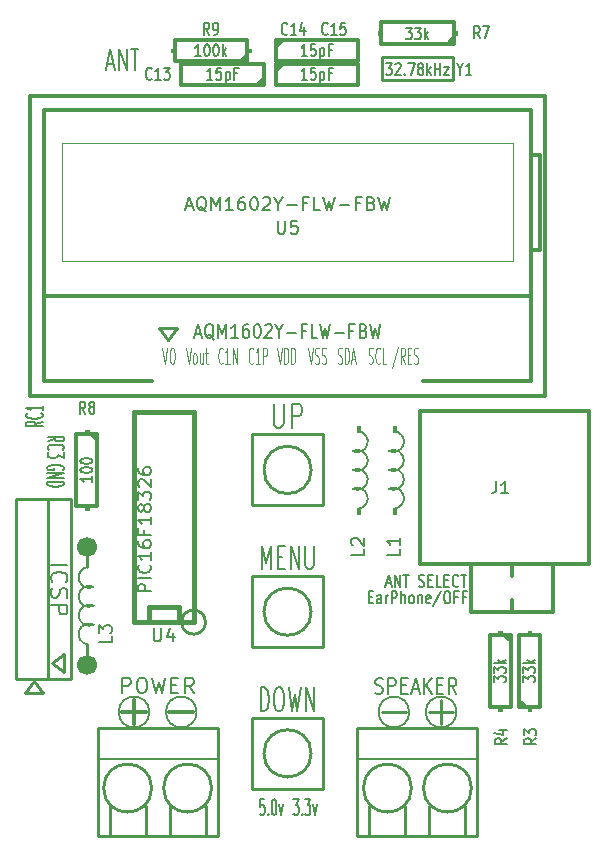
<source format=gto>
G04 #@! TF.GenerationSoftware,KiCad,Pcbnew,7.0.8*
G04 #@! TF.CreationDate,2024-02-28T21:30:22+09:00*
G04 #@! TF.ProjectId,KT0913_Digital_Radio,4b543039-3133-45f4-9469-676974616c5f,rev?*
G04 #@! TF.SameCoordinates,Original*
G04 #@! TF.FileFunction,Legend,Top*
G04 #@! TF.FilePolarity,Positive*
%FSLAX46Y46*%
G04 Gerber Fmt 4.6, Leading zero omitted, Abs format (unit mm)*
G04 Created by KiCad (PCBNEW 7.0.8) date 2024-02-28 21:30:22*
%MOMM*%
%LPD*%
G01*
G04 APERTURE LIST*
%ADD10C,0.150000*%
%ADD11C,0.250000*%
%ADD12C,0.200000*%
%ADD13C,0.120000*%
%ADD14C,0.381000*%
%ADD15C,0.300000*%
%ADD16C,0.304800*%
%ADD17C,0.010000*%
%ADD18C,0.254000*%
%ADD19C,0.100000*%
%ADD20C,1.700000*%
G04 APERTURE END LIST*
D10*
X133300000Y-109500000D02*
G75*
G03*
X133300000Y-109500000I-1300000J0D01*
G01*
X137300000Y-109500000D02*
G75*
G03*
X137300000Y-109500000I-1300000J0D01*
G01*
D11*
X136000000Y-110500000D02*
X136000000Y-108500000D01*
X135000000Y-109500000D02*
X137000000Y-109500000D01*
X131000000Y-109500000D02*
X133000000Y-109500000D01*
D10*
X129859160Y-99766009D02*
X130125826Y-99766009D01*
X130240112Y-100289819D02*
X129859160Y-100289819D01*
X129859160Y-100289819D02*
X129859160Y-99289819D01*
X129859160Y-99289819D02*
X130240112Y-99289819D01*
X130925827Y-100289819D02*
X130925827Y-99766009D01*
X130925827Y-99766009D02*
X130887732Y-99670771D01*
X130887732Y-99670771D02*
X130811541Y-99623152D01*
X130811541Y-99623152D02*
X130659160Y-99623152D01*
X130659160Y-99623152D02*
X130582970Y-99670771D01*
X130925827Y-100242200D02*
X130849636Y-100289819D01*
X130849636Y-100289819D02*
X130659160Y-100289819D01*
X130659160Y-100289819D02*
X130582970Y-100242200D01*
X130582970Y-100242200D02*
X130544874Y-100146961D01*
X130544874Y-100146961D02*
X130544874Y-100051723D01*
X130544874Y-100051723D02*
X130582970Y-99956485D01*
X130582970Y-99956485D02*
X130659160Y-99908866D01*
X130659160Y-99908866D02*
X130849636Y-99908866D01*
X130849636Y-99908866D02*
X130925827Y-99861247D01*
X131306780Y-100289819D02*
X131306780Y-99623152D01*
X131306780Y-99813628D02*
X131344875Y-99718390D01*
X131344875Y-99718390D02*
X131382970Y-99670771D01*
X131382970Y-99670771D02*
X131459161Y-99623152D01*
X131459161Y-99623152D02*
X131535351Y-99623152D01*
X131802018Y-100289819D02*
X131802018Y-99289819D01*
X131802018Y-99289819D02*
X132106780Y-99289819D01*
X132106780Y-99289819D02*
X132182970Y-99337438D01*
X132182970Y-99337438D02*
X132221065Y-99385057D01*
X132221065Y-99385057D02*
X132259161Y-99480295D01*
X132259161Y-99480295D02*
X132259161Y-99623152D01*
X132259161Y-99623152D02*
X132221065Y-99718390D01*
X132221065Y-99718390D02*
X132182970Y-99766009D01*
X132182970Y-99766009D02*
X132106780Y-99813628D01*
X132106780Y-99813628D02*
X131802018Y-99813628D01*
X132602018Y-100289819D02*
X132602018Y-99289819D01*
X132944875Y-100289819D02*
X132944875Y-99766009D01*
X132944875Y-99766009D02*
X132906780Y-99670771D01*
X132906780Y-99670771D02*
X132830589Y-99623152D01*
X132830589Y-99623152D02*
X132716303Y-99623152D01*
X132716303Y-99623152D02*
X132640113Y-99670771D01*
X132640113Y-99670771D02*
X132602018Y-99718390D01*
X133440113Y-100289819D02*
X133363923Y-100242200D01*
X133363923Y-100242200D02*
X133325828Y-100194580D01*
X133325828Y-100194580D02*
X133287732Y-100099342D01*
X133287732Y-100099342D02*
X133287732Y-99813628D01*
X133287732Y-99813628D02*
X133325828Y-99718390D01*
X133325828Y-99718390D02*
X133363923Y-99670771D01*
X133363923Y-99670771D02*
X133440113Y-99623152D01*
X133440113Y-99623152D02*
X133554399Y-99623152D01*
X133554399Y-99623152D02*
X133630590Y-99670771D01*
X133630590Y-99670771D02*
X133668685Y-99718390D01*
X133668685Y-99718390D02*
X133706780Y-99813628D01*
X133706780Y-99813628D02*
X133706780Y-100099342D01*
X133706780Y-100099342D02*
X133668685Y-100194580D01*
X133668685Y-100194580D02*
X133630590Y-100242200D01*
X133630590Y-100242200D02*
X133554399Y-100289819D01*
X133554399Y-100289819D02*
X133440113Y-100289819D01*
X134049638Y-99623152D02*
X134049638Y-100289819D01*
X134049638Y-99718390D02*
X134087733Y-99670771D01*
X134087733Y-99670771D02*
X134163923Y-99623152D01*
X134163923Y-99623152D02*
X134278209Y-99623152D01*
X134278209Y-99623152D02*
X134354400Y-99670771D01*
X134354400Y-99670771D02*
X134392495Y-99766009D01*
X134392495Y-99766009D02*
X134392495Y-100289819D01*
X135078210Y-100242200D02*
X135002019Y-100289819D01*
X135002019Y-100289819D02*
X134849638Y-100289819D01*
X134849638Y-100289819D02*
X134773448Y-100242200D01*
X134773448Y-100242200D02*
X134735352Y-100146961D01*
X134735352Y-100146961D02*
X134735352Y-99766009D01*
X134735352Y-99766009D02*
X134773448Y-99670771D01*
X134773448Y-99670771D02*
X134849638Y-99623152D01*
X134849638Y-99623152D02*
X135002019Y-99623152D01*
X135002019Y-99623152D02*
X135078210Y-99670771D01*
X135078210Y-99670771D02*
X135116305Y-99766009D01*
X135116305Y-99766009D02*
X135116305Y-99861247D01*
X135116305Y-99861247D02*
X134735352Y-99956485D01*
X136030590Y-99242200D02*
X135344876Y-100527914D01*
X136449638Y-99289819D02*
X136602019Y-99289819D01*
X136602019Y-99289819D02*
X136678209Y-99337438D01*
X136678209Y-99337438D02*
X136754400Y-99432676D01*
X136754400Y-99432676D02*
X136792495Y-99623152D01*
X136792495Y-99623152D02*
X136792495Y-99956485D01*
X136792495Y-99956485D02*
X136754400Y-100146961D01*
X136754400Y-100146961D02*
X136678209Y-100242200D01*
X136678209Y-100242200D02*
X136602019Y-100289819D01*
X136602019Y-100289819D02*
X136449638Y-100289819D01*
X136449638Y-100289819D02*
X136373447Y-100242200D01*
X136373447Y-100242200D02*
X136297257Y-100146961D01*
X136297257Y-100146961D02*
X136259161Y-99956485D01*
X136259161Y-99956485D02*
X136259161Y-99623152D01*
X136259161Y-99623152D02*
X136297257Y-99432676D01*
X136297257Y-99432676D02*
X136373447Y-99337438D01*
X136373447Y-99337438D02*
X136449638Y-99289819D01*
X137402018Y-99766009D02*
X137135352Y-99766009D01*
X137135352Y-100289819D02*
X137135352Y-99289819D01*
X137135352Y-99289819D02*
X137516304Y-99289819D01*
X138087732Y-99766009D02*
X137821066Y-99766009D01*
X137821066Y-100289819D02*
X137821066Y-99289819D01*
X137821066Y-99289819D02*
X138202018Y-99289819D01*
D12*
X111661904Y-102398480D02*
X111661904Y-103288957D01*
X111661904Y-103288957D02*
X111714285Y-103393719D01*
X111714285Y-103393719D02*
X111766666Y-103446100D01*
X111766666Y-103446100D02*
X111871428Y-103498480D01*
X111871428Y-103498480D02*
X112080952Y-103498480D01*
X112080952Y-103498480D02*
X112185714Y-103446100D01*
X112185714Y-103446100D02*
X112238095Y-103393719D01*
X112238095Y-103393719D02*
X112290476Y-103288957D01*
X112290476Y-103288957D02*
X112290476Y-102398480D01*
X113285714Y-102765147D02*
X113285714Y-103498480D01*
X113023809Y-102346100D02*
X112761904Y-103131814D01*
X112761904Y-103131814D02*
X113442857Y-103131814D01*
X111448480Y-99288095D02*
X110348480Y-99288095D01*
X110348480Y-99288095D02*
X110348480Y-98869047D01*
X110348480Y-98869047D02*
X110400861Y-98764285D01*
X110400861Y-98764285D02*
X110453242Y-98711904D01*
X110453242Y-98711904D02*
X110558004Y-98659523D01*
X110558004Y-98659523D02*
X110715147Y-98659523D01*
X110715147Y-98659523D02*
X110819909Y-98711904D01*
X110819909Y-98711904D02*
X110872290Y-98764285D01*
X110872290Y-98764285D02*
X110924671Y-98869047D01*
X110924671Y-98869047D02*
X110924671Y-99288095D01*
X111448480Y-98188095D02*
X110348480Y-98188095D01*
X111343719Y-97035713D02*
X111396100Y-97088094D01*
X111396100Y-97088094D02*
X111448480Y-97245237D01*
X111448480Y-97245237D02*
X111448480Y-97349999D01*
X111448480Y-97349999D02*
X111396100Y-97507142D01*
X111396100Y-97507142D02*
X111291338Y-97611904D01*
X111291338Y-97611904D02*
X111186576Y-97664285D01*
X111186576Y-97664285D02*
X110977052Y-97716666D01*
X110977052Y-97716666D02*
X110819909Y-97716666D01*
X110819909Y-97716666D02*
X110610385Y-97664285D01*
X110610385Y-97664285D02*
X110505623Y-97611904D01*
X110505623Y-97611904D02*
X110400861Y-97507142D01*
X110400861Y-97507142D02*
X110348480Y-97349999D01*
X110348480Y-97349999D02*
X110348480Y-97245237D01*
X110348480Y-97245237D02*
X110400861Y-97088094D01*
X110400861Y-97088094D02*
X110453242Y-97035713D01*
X111448480Y-95988094D02*
X111448480Y-96616666D01*
X111448480Y-96302380D02*
X110348480Y-96302380D01*
X110348480Y-96302380D02*
X110505623Y-96407142D01*
X110505623Y-96407142D02*
X110610385Y-96511904D01*
X110610385Y-96511904D02*
X110662766Y-96616666D01*
X110348480Y-95045237D02*
X110348480Y-95254761D01*
X110348480Y-95254761D02*
X110400861Y-95359523D01*
X110400861Y-95359523D02*
X110453242Y-95411904D01*
X110453242Y-95411904D02*
X110610385Y-95516666D01*
X110610385Y-95516666D02*
X110819909Y-95569047D01*
X110819909Y-95569047D02*
X111238957Y-95569047D01*
X111238957Y-95569047D02*
X111343719Y-95516666D01*
X111343719Y-95516666D02*
X111396100Y-95464285D01*
X111396100Y-95464285D02*
X111448480Y-95359523D01*
X111448480Y-95359523D02*
X111448480Y-95149999D01*
X111448480Y-95149999D02*
X111396100Y-95045237D01*
X111396100Y-95045237D02*
X111343719Y-94992856D01*
X111343719Y-94992856D02*
X111238957Y-94940475D01*
X111238957Y-94940475D02*
X110977052Y-94940475D01*
X110977052Y-94940475D02*
X110872290Y-94992856D01*
X110872290Y-94992856D02*
X110819909Y-95045237D01*
X110819909Y-95045237D02*
X110767528Y-95149999D01*
X110767528Y-95149999D02*
X110767528Y-95359523D01*
X110767528Y-95359523D02*
X110819909Y-95464285D01*
X110819909Y-95464285D02*
X110872290Y-95516666D01*
X110872290Y-95516666D02*
X110977052Y-95569047D01*
X110872290Y-94102380D02*
X110872290Y-94469047D01*
X111448480Y-94469047D02*
X110348480Y-94469047D01*
X110348480Y-94469047D02*
X110348480Y-93945237D01*
X111448480Y-92949999D02*
X111448480Y-93578571D01*
X111448480Y-93264285D02*
X110348480Y-93264285D01*
X110348480Y-93264285D02*
X110505623Y-93369047D01*
X110505623Y-93369047D02*
X110610385Y-93473809D01*
X110610385Y-93473809D02*
X110662766Y-93578571D01*
X110819909Y-92321428D02*
X110767528Y-92426190D01*
X110767528Y-92426190D02*
X110715147Y-92478571D01*
X110715147Y-92478571D02*
X110610385Y-92530952D01*
X110610385Y-92530952D02*
X110558004Y-92530952D01*
X110558004Y-92530952D02*
X110453242Y-92478571D01*
X110453242Y-92478571D02*
X110400861Y-92426190D01*
X110400861Y-92426190D02*
X110348480Y-92321428D01*
X110348480Y-92321428D02*
X110348480Y-92111904D01*
X110348480Y-92111904D02*
X110400861Y-92007142D01*
X110400861Y-92007142D02*
X110453242Y-91954761D01*
X110453242Y-91954761D02*
X110558004Y-91902380D01*
X110558004Y-91902380D02*
X110610385Y-91902380D01*
X110610385Y-91902380D02*
X110715147Y-91954761D01*
X110715147Y-91954761D02*
X110767528Y-92007142D01*
X110767528Y-92007142D02*
X110819909Y-92111904D01*
X110819909Y-92111904D02*
X110819909Y-92321428D01*
X110819909Y-92321428D02*
X110872290Y-92426190D01*
X110872290Y-92426190D02*
X110924671Y-92478571D01*
X110924671Y-92478571D02*
X111029433Y-92530952D01*
X111029433Y-92530952D02*
X111238957Y-92530952D01*
X111238957Y-92530952D02*
X111343719Y-92478571D01*
X111343719Y-92478571D02*
X111396100Y-92426190D01*
X111396100Y-92426190D02*
X111448480Y-92321428D01*
X111448480Y-92321428D02*
X111448480Y-92111904D01*
X111448480Y-92111904D02*
X111396100Y-92007142D01*
X111396100Y-92007142D02*
X111343719Y-91954761D01*
X111343719Y-91954761D02*
X111238957Y-91902380D01*
X111238957Y-91902380D02*
X111029433Y-91902380D01*
X111029433Y-91902380D02*
X110924671Y-91954761D01*
X110924671Y-91954761D02*
X110872290Y-92007142D01*
X110872290Y-92007142D02*
X110819909Y-92111904D01*
X110348480Y-91535714D02*
X110348480Y-90854761D01*
X110348480Y-90854761D02*
X110767528Y-91221428D01*
X110767528Y-91221428D02*
X110767528Y-91064285D01*
X110767528Y-91064285D02*
X110819909Y-90959523D01*
X110819909Y-90959523D02*
X110872290Y-90907142D01*
X110872290Y-90907142D02*
X110977052Y-90854761D01*
X110977052Y-90854761D02*
X111238957Y-90854761D01*
X111238957Y-90854761D02*
X111343719Y-90907142D01*
X111343719Y-90907142D02*
X111396100Y-90959523D01*
X111396100Y-90959523D02*
X111448480Y-91064285D01*
X111448480Y-91064285D02*
X111448480Y-91378571D01*
X111448480Y-91378571D02*
X111396100Y-91483333D01*
X111396100Y-91483333D02*
X111343719Y-91535714D01*
X110453242Y-90435714D02*
X110400861Y-90383333D01*
X110400861Y-90383333D02*
X110348480Y-90278571D01*
X110348480Y-90278571D02*
X110348480Y-90016666D01*
X110348480Y-90016666D02*
X110400861Y-89911904D01*
X110400861Y-89911904D02*
X110453242Y-89859523D01*
X110453242Y-89859523D02*
X110558004Y-89807142D01*
X110558004Y-89807142D02*
X110662766Y-89807142D01*
X110662766Y-89807142D02*
X110819909Y-89859523D01*
X110819909Y-89859523D02*
X111448480Y-90488095D01*
X111448480Y-90488095D02*
X111448480Y-89807142D01*
X110348480Y-88864285D02*
X110348480Y-89073809D01*
X110348480Y-89073809D02*
X110400861Y-89178571D01*
X110400861Y-89178571D02*
X110453242Y-89230952D01*
X110453242Y-89230952D02*
X110610385Y-89335714D01*
X110610385Y-89335714D02*
X110819909Y-89388095D01*
X110819909Y-89388095D02*
X111238957Y-89388095D01*
X111238957Y-89388095D02*
X111343719Y-89335714D01*
X111343719Y-89335714D02*
X111396100Y-89283333D01*
X111396100Y-89283333D02*
X111448480Y-89178571D01*
X111448480Y-89178571D02*
X111448480Y-88969047D01*
X111448480Y-88969047D02*
X111396100Y-88864285D01*
X111396100Y-88864285D02*
X111343719Y-88811904D01*
X111343719Y-88811904D02*
X111238957Y-88759523D01*
X111238957Y-88759523D02*
X110977052Y-88759523D01*
X110977052Y-88759523D02*
X110872290Y-88811904D01*
X110872290Y-88811904D02*
X110819909Y-88864285D01*
X110819909Y-88864285D02*
X110767528Y-88969047D01*
X110767528Y-88969047D02*
X110767528Y-89178571D01*
X110767528Y-89178571D02*
X110819909Y-89283333D01*
X110819909Y-89283333D02*
X110872290Y-89335714D01*
X110872290Y-89335714D02*
X110977052Y-89388095D01*
X120800000Y-97414838D02*
X120800000Y-95414838D01*
X120800000Y-95414838D02*
X121200000Y-96843409D01*
X121200000Y-96843409D02*
X121600000Y-95414838D01*
X121600000Y-95414838D02*
X121600000Y-97414838D01*
X122171429Y-96367219D02*
X122571429Y-96367219D01*
X122742857Y-97414838D02*
X122171429Y-97414838D01*
X122171429Y-97414838D02*
X122171429Y-95414838D01*
X122171429Y-95414838D02*
X122742857Y-95414838D01*
X123257143Y-97414838D02*
X123257143Y-95414838D01*
X123257143Y-95414838D02*
X123942857Y-97414838D01*
X123942857Y-97414838D02*
X123942857Y-95414838D01*
X124514286Y-95414838D02*
X124514286Y-97033885D01*
X124514286Y-97033885D02*
X124571429Y-97224361D01*
X124571429Y-97224361D02*
X124628572Y-97319600D01*
X124628572Y-97319600D02*
X124742857Y-97414838D01*
X124742857Y-97414838D02*
X124971429Y-97414838D01*
X124971429Y-97414838D02*
X125085714Y-97319600D01*
X125085714Y-97319600D02*
X125142857Y-97224361D01*
X125142857Y-97224361D02*
X125200000Y-97033885D01*
X125200000Y-97033885D02*
X125200000Y-95414838D01*
X107742857Y-54608028D02*
X108266667Y-54608028D01*
X107638095Y-55122314D02*
X108004762Y-53322314D01*
X108004762Y-53322314D02*
X108371429Y-55122314D01*
X108738095Y-55122314D02*
X108738095Y-53322314D01*
X108738095Y-53322314D02*
X109366667Y-55122314D01*
X109366667Y-55122314D02*
X109366667Y-53322314D01*
X109733333Y-53322314D02*
X110361905Y-53322314D01*
X110047619Y-55122314D02*
X110047619Y-53322314D01*
D10*
X131367618Y-98599104D02*
X131748571Y-98599104D01*
X131291428Y-98884819D02*
X131558095Y-97884819D01*
X131558095Y-97884819D02*
X131824761Y-98884819D01*
X132091428Y-98884819D02*
X132091428Y-97884819D01*
X132091428Y-97884819D02*
X132548571Y-98884819D01*
X132548571Y-98884819D02*
X132548571Y-97884819D01*
X132815237Y-97884819D02*
X133272380Y-97884819D01*
X133043808Y-98884819D02*
X133043808Y-97884819D01*
X134110475Y-98837200D02*
X134224761Y-98884819D01*
X134224761Y-98884819D02*
X134415237Y-98884819D01*
X134415237Y-98884819D02*
X134491428Y-98837200D01*
X134491428Y-98837200D02*
X134529523Y-98789580D01*
X134529523Y-98789580D02*
X134567618Y-98694342D01*
X134567618Y-98694342D02*
X134567618Y-98599104D01*
X134567618Y-98599104D02*
X134529523Y-98503866D01*
X134529523Y-98503866D02*
X134491428Y-98456247D01*
X134491428Y-98456247D02*
X134415237Y-98408628D01*
X134415237Y-98408628D02*
X134262856Y-98361009D01*
X134262856Y-98361009D02*
X134186666Y-98313390D01*
X134186666Y-98313390D02*
X134148571Y-98265771D01*
X134148571Y-98265771D02*
X134110475Y-98170533D01*
X134110475Y-98170533D02*
X134110475Y-98075295D01*
X134110475Y-98075295D02*
X134148571Y-97980057D01*
X134148571Y-97980057D02*
X134186666Y-97932438D01*
X134186666Y-97932438D02*
X134262856Y-97884819D01*
X134262856Y-97884819D02*
X134453333Y-97884819D01*
X134453333Y-97884819D02*
X134567618Y-97932438D01*
X134910476Y-98361009D02*
X135177142Y-98361009D01*
X135291428Y-98884819D02*
X134910476Y-98884819D01*
X134910476Y-98884819D02*
X134910476Y-97884819D01*
X134910476Y-97884819D02*
X135291428Y-97884819D01*
X136015238Y-98884819D02*
X135634286Y-98884819D01*
X135634286Y-98884819D02*
X135634286Y-97884819D01*
X136281905Y-98361009D02*
X136548571Y-98361009D01*
X136662857Y-98884819D02*
X136281905Y-98884819D01*
X136281905Y-98884819D02*
X136281905Y-97884819D01*
X136281905Y-97884819D02*
X136662857Y-97884819D01*
X137462858Y-98789580D02*
X137424762Y-98837200D01*
X137424762Y-98837200D02*
X137310477Y-98884819D01*
X137310477Y-98884819D02*
X137234286Y-98884819D01*
X137234286Y-98884819D02*
X137120000Y-98837200D01*
X137120000Y-98837200D02*
X137043810Y-98741961D01*
X137043810Y-98741961D02*
X137005715Y-98646723D01*
X137005715Y-98646723D02*
X136967619Y-98456247D01*
X136967619Y-98456247D02*
X136967619Y-98313390D01*
X136967619Y-98313390D02*
X137005715Y-98122914D01*
X137005715Y-98122914D02*
X137043810Y-98027676D01*
X137043810Y-98027676D02*
X137120000Y-97932438D01*
X137120000Y-97932438D02*
X137234286Y-97884819D01*
X137234286Y-97884819D02*
X137310477Y-97884819D01*
X137310477Y-97884819D02*
X137424762Y-97932438D01*
X137424762Y-97932438D02*
X137462858Y-97980057D01*
X137691429Y-97884819D02*
X138148572Y-97884819D01*
X137920000Y-98884819D02*
X137920000Y-97884819D01*
X102685133Y-86583333D02*
X103351800Y-86350000D01*
X102685133Y-86183333D02*
X104085133Y-86183333D01*
X104085133Y-86183333D02*
X104085133Y-86450000D01*
X104085133Y-86450000D02*
X104018466Y-86516667D01*
X104018466Y-86516667D02*
X103951800Y-86550000D01*
X103951800Y-86550000D02*
X103818466Y-86583333D01*
X103818466Y-86583333D02*
X103618466Y-86583333D01*
X103618466Y-86583333D02*
X103485133Y-86550000D01*
X103485133Y-86550000D02*
X103418466Y-86516667D01*
X103418466Y-86516667D02*
X103351800Y-86450000D01*
X103351800Y-86450000D02*
X103351800Y-86183333D01*
X102818466Y-87283333D02*
X102751800Y-87250000D01*
X102751800Y-87250000D02*
X102685133Y-87150000D01*
X102685133Y-87150000D02*
X102685133Y-87083333D01*
X102685133Y-87083333D02*
X102751800Y-86983333D01*
X102751800Y-86983333D02*
X102885133Y-86916667D01*
X102885133Y-86916667D02*
X103018466Y-86883333D01*
X103018466Y-86883333D02*
X103285133Y-86850000D01*
X103285133Y-86850000D02*
X103485133Y-86850000D01*
X103485133Y-86850000D02*
X103751800Y-86883333D01*
X103751800Y-86883333D02*
X103885133Y-86916667D01*
X103885133Y-86916667D02*
X104018466Y-86983333D01*
X104018466Y-86983333D02*
X104085133Y-87083333D01*
X104085133Y-87083333D02*
X104085133Y-87150000D01*
X104085133Y-87150000D02*
X104018466Y-87250000D01*
X104018466Y-87250000D02*
X103951800Y-87283333D01*
X104085133Y-87516667D02*
X104085133Y-87950000D01*
X104085133Y-87950000D02*
X103551800Y-87716667D01*
X103551800Y-87716667D02*
X103551800Y-87816667D01*
X103551800Y-87816667D02*
X103485133Y-87883333D01*
X103485133Y-87883333D02*
X103418466Y-87916667D01*
X103418466Y-87916667D02*
X103285133Y-87950000D01*
X103285133Y-87950000D02*
X102951800Y-87950000D01*
X102951800Y-87950000D02*
X102818466Y-87916667D01*
X102818466Y-87916667D02*
X102751800Y-87883333D01*
X102751800Y-87883333D02*
X102685133Y-87816667D01*
X102685133Y-87816667D02*
X102685133Y-87616667D01*
X102685133Y-87616667D02*
X102751800Y-87550000D01*
X102751800Y-87550000D02*
X102818466Y-87516667D01*
X121025000Y-116839866D02*
X120691666Y-116839866D01*
X120691666Y-116839866D02*
X120658333Y-117506533D01*
X120658333Y-117506533D02*
X120691666Y-117439866D01*
X120691666Y-117439866D02*
X120758333Y-117373200D01*
X120758333Y-117373200D02*
X120925000Y-117373200D01*
X120925000Y-117373200D02*
X120991666Y-117439866D01*
X120991666Y-117439866D02*
X121025000Y-117506533D01*
X121025000Y-117506533D02*
X121058333Y-117639866D01*
X121058333Y-117639866D02*
X121058333Y-117973200D01*
X121058333Y-117973200D02*
X121025000Y-118106533D01*
X121025000Y-118106533D02*
X120991666Y-118173200D01*
X120991666Y-118173200D02*
X120925000Y-118239866D01*
X120925000Y-118239866D02*
X120758333Y-118239866D01*
X120758333Y-118239866D02*
X120691666Y-118173200D01*
X120691666Y-118173200D02*
X120658333Y-118106533D01*
X121358333Y-118106533D02*
X121391667Y-118173200D01*
X121391667Y-118173200D02*
X121358333Y-118239866D01*
X121358333Y-118239866D02*
X121325000Y-118173200D01*
X121325000Y-118173200D02*
X121358333Y-118106533D01*
X121358333Y-118106533D02*
X121358333Y-118239866D01*
X121825000Y-116839866D02*
X121891666Y-116839866D01*
X121891666Y-116839866D02*
X121958333Y-116906533D01*
X121958333Y-116906533D02*
X121991666Y-116973200D01*
X121991666Y-116973200D02*
X122025000Y-117106533D01*
X122025000Y-117106533D02*
X122058333Y-117373200D01*
X122058333Y-117373200D02*
X122058333Y-117706533D01*
X122058333Y-117706533D02*
X122025000Y-117973200D01*
X122025000Y-117973200D02*
X121991666Y-118106533D01*
X121991666Y-118106533D02*
X121958333Y-118173200D01*
X121958333Y-118173200D02*
X121891666Y-118239866D01*
X121891666Y-118239866D02*
X121825000Y-118239866D01*
X121825000Y-118239866D02*
X121758333Y-118173200D01*
X121758333Y-118173200D02*
X121725000Y-118106533D01*
X121725000Y-118106533D02*
X121691666Y-117973200D01*
X121691666Y-117973200D02*
X121658333Y-117706533D01*
X121658333Y-117706533D02*
X121658333Y-117373200D01*
X121658333Y-117373200D02*
X121691666Y-117106533D01*
X121691666Y-117106533D02*
X121725000Y-116973200D01*
X121725000Y-116973200D02*
X121758333Y-116906533D01*
X121758333Y-116906533D02*
X121825000Y-116839866D01*
X122291667Y-117306533D02*
X122458333Y-118239866D01*
X122458333Y-118239866D02*
X122625000Y-117306533D01*
X144054819Y-111733332D02*
X143578628Y-111999999D01*
X144054819Y-112190475D02*
X143054819Y-112190475D01*
X143054819Y-112190475D02*
X143054819Y-111885713D01*
X143054819Y-111885713D02*
X143102438Y-111809523D01*
X143102438Y-111809523D02*
X143150057Y-111771428D01*
X143150057Y-111771428D02*
X143245295Y-111733332D01*
X143245295Y-111733332D02*
X143388152Y-111733332D01*
X143388152Y-111733332D02*
X143483390Y-111771428D01*
X143483390Y-111771428D02*
X143531009Y-111809523D01*
X143531009Y-111809523D02*
X143578628Y-111885713D01*
X143578628Y-111885713D02*
X143578628Y-112190475D01*
X143054819Y-111466666D02*
X143054819Y-110971428D01*
X143054819Y-110971428D02*
X143435771Y-111238094D01*
X143435771Y-111238094D02*
X143435771Y-111123809D01*
X143435771Y-111123809D02*
X143483390Y-111047618D01*
X143483390Y-111047618D02*
X143531009Y-111009523D01*
X143531009Y-111009523D02*
X143626247Y-110971428D01*
X143626247Y-110971428D02*
X143864342Y-110971428D01*
X143864342Y-110971428D02*
X143959580Y-111009523D01*
X143959580Y-111009523D02*
X144007200Y-111047618D01*
X144007200Y-111047618D02*
X144054819Y-111123809D01*
X144054819Y-111123809D02*
X144054819Y-111352380D01*
X144054819Y-111352380D02*
X144007200Y-111428571D01*
X144007200Y-111428571D02*
X143959580Y-111466666D01*
X142954819Y-106971428D02*
X142954819Y-106476190D01*
X142954819Y-106476190D02*
X143335771Y-106742856D01*
X143335771Y-106742856D02*
X143335771Y-106628571D01*
X143335771Y-106628571D02*
X143383390Y-106552380D01*
X143383390Y-106552380D02*
X143431009Y-106514285D01*
X143431009Y-106514285D02*
X143526247Y-106476190D01*
X143526247Y-106476190D02*
X143764342Y-106476190D01*
X143764342Y-106476190D02*
X143859580Y-106514285D01*
X143859580Y-106514285D02*
X143907200Y-106552380D01*
X143907200Y-106552380D02*
X143954819Y-106628571D01*
X143954819Y-106628571D02*
X143954819Y-106857142D01*
X143954819Y-106857142D02*
X143907200Y-106933333D01*
X143907200Y-106933333D02*
X143859580Y-106971428D01*
X142954819Y-106209523D02*
X142954819Y-105714285D01*
X142954819Y-105714285D02*
X143335771Y-105980951D01*
X143335771Y-105980951D02*
X143335771Y-105866666D01*
X143335771Y-105866666D02*
X143383390Y-105790475D01*
X143383390Y-105790475D02*
X143431009Y-105752380D01*
X143431009Y-105752380D02*
X143526247Y-105714285D01*
X143526247Y-105714285D02*
X143764342Y-105714285D01*
X143764342Y-105714285D02*
X143859580Y-105752380D01*
X143859580Y-105752380D02*
X143907200Y-105790475D01*
X143907200Y-105790475D02*
X143954819Y-105866666D01*
X143954819Y-105866666D02*
X143954819Y-106095237D01*
X143954819Y-106095237D02*
X143907200Y-106171428D01*
X143907200Y-106171428D02*
X143859580Y-106209523D01*
X143954819Y-105371427D02*
X142954819Y-105371427D01*
X143573866Y-105295237D02*
X143954819Y-105066665D01*
X143288152Y-105066665D02*
X143669104Y-105371427D01*
D12*
X132498480Y-95683332D02*
X132498480Y-96207142D01*
X132498480Y-96207142D02*
X131398480Y-96207142D01*
X132498480Y-94740475D02*
X132498480Y-95369047D01*
X132498480Y-95054761D02*
X131398480Y-95054761D01*
X131398480Y-95054761D02*
X131555623Y-95159523D01*
X131555623Y-95159523D02*
X131660385Y-95264285D01*
X131660385Y-95264285D02*
X131712766Y-95369047D01*
X120742857Y-109414838D02*
X120742857Y-107414838D01*
X120742857Y-107414838D02*
X121028571Y-107414838D01*
X121028571Y-107414838D02*
X121200000Y-107510076D01*
X121200000Y-107510076D02*
X121314285Y-107700552D01*
X121314285Y-107700552D02*
X121371428Y-107891028D01*
X121371428Y-107891028D02*
X121428571Y-108271980D01*
X121428571Y-108271980D02*
X121428571Y-108557695D01*
X121428571Y-108557695D02*
X121371428Y-108938647D01*
X121371428Y-108938647D02*
X121314285Y-109129123D01*
X121314285Y-109129123D02*
X121200000Y-109319600D01*
X121200000Y-109319600D02*
X121028571Y-109414838D01*
X121028571Y-109414838D02*
X120742857Y-109414838D01*
X122171428Y-107414838D02*
X122400000Y-107414838D01*
X122400000Y-107414838D02*
X122514285Y-107510076D01*
X122514285Y-107510076D02*
X122628571Y-107700552D01*
X122628571Y-107700552D02*
X122685714Y-108081504D01*
X122685714Y-108081504D02*
X122685714Y-108748171D01*
X122685714Y-108748171D02*
X122628571Y-109129123D01*
X122628571Y-109129123D02*
X122514285Y-109319600D01*
X122514285Y-109319600D02*
X122400000Y-109414838D01*
X122400000Y-109414838D02*
X122171428Y-109414838D01*
X122171428Y-109414838D02*
X122057143Y-109319600D01*
X122057143Y-109319600D02*
X121942857Y-109129123D01*
X121942857Y-109129123D02*
X121885714Y-108748171D01*
X121885714Y-108748171D02*
X121885714Y-108081504D01*
X121885714Y-108081504D02*
X121942857Y-107700552D01*
X121942857Y-107700552D02*
X122057143Y-107510076D01*
X122057143Y-107510076D02*
X122171428Y-107414838D01*
X123085714Y-107414838D02*
X123371428Y-109414838D01*
X123371428Y-109414838D02*
X123600000Y-107986266D01*
X123600000Y-107986266D02*
X123828571Y-109414838D01*
X123828571Y-109414838D02*
X124114286Y-107414838D01*
X124571429Y-109414838D02*
X124571429Y-107414838D01*
X124571429Y-107414838D02*
X125257143Y-109414838D01*
X125257143Y-109414838D02*
X125257143Y-107414838D01*
X129498480Y-95683332D02*
X129498480Y-96207142D01*
X129498480Y-96207142D02*
X128398480Y-96207142D01*
X128503242Y-95369047D02*
X128450861Y-95316666D01*
X128450861Y-95316666D02*
X128398480Y-95211904D01*
X128398480Y-95211904D02*
X128398480Y-94949999D01*
X128398480Y-94949999D02*
X128450861Y-94845237D01*
X128450861Y-94845237D02*
X128503242Y-94792856D01*
X128503242Y-94792856D02*
X128608004Y-94740475D01*
X128608004Y-94740475D02*
X128712766Y-94740475D01*
X128712766Y-94740475D02*
X128869909Y-94792856D01*
X128869909Y-94792856D02*
X129498480Y-95421428D01*
X129498480Y-95421428D02*
X129498480Y-94740475D01*
D10*
X137619048Y-55078628D02*
X137619048Y-55554819D01*
X137352381Y-54554819D02*
X137619048Y-55078628D01*
X137619048Y-55078628D02*
X137885714Y-54554819D01*
X138571428Y-55554819D02*
X138114285Y-55554819D01*
X138342857Y-55554819D02*
X138342857Y-54554819D01*
X138342857Y-54554819D02*
X138266666Y-54697676D01*
X138266666Y-54697676D02*
X138190476Y-54792914D01*
X138190476Y-54792914D02*
X138114285Y-54840533D01*
X131333333Y-54554819D02*
X131828571Y-54554819D01*
X131828571Y-54554819D02*
X131561905Y-54935771D01*
X131561905Y-54935771D02*
X131676190Y-54935771D01*
X131676190Y-54935771D02*
X131752381Y-54983390D01*
X131752381Y-54983390D02*
X131790476Y-55031009D01*
X131790476Y-55031009D02*
X131828571Y-55126247D01*
X131828571Y-55126247D02*
X131828571Y-55364342D01*
X131828571Y-55364342D02*
X131790476Y-55459580D01*
X131790476Y-55459580D02*
X131752381Y-55507200D01*
X131752381Y-55507200D02*
X131676190Y-55554819D01*
X131676190Y-55554819D02*
X131447619Y-55554819D01*
X131447619Y-55554819D02*
X131371428Y-55507200D01*
X131371428Y-55507200D02*
X131333333Y-55459580D01*
X132133333Y-54650057D02*
X132171429Y-54602438D01*
X132171429Y-54602438D02*
X132247619Y-54554819D01*
X132247619Y-54554819D02*
X132438095Y-54554819D01*
X132438095Y-54554819D02*
X132514286Y-54602438D01*
X132514286Y-54602438D02*
X132552381Y-54650057D01*
X132552381Y-54650057D02*
X132590476Y-54745295D01*
X132590476Y-54745295D02*
X132590476Y-54840533D01*
X132590476Y-54840533D02*
X132552381Y-54983390D01*
X132552381Y-54983390D02*
X132095238Y-55554819D01*
X132095238Y-55554819D02*
X132590476Y-55554819D01*
X132933334Y-55459580D02*
X132971429Y-55507200D01*
X132971429Y-55507200D02*
X132933334Y-55554819D01*
X132933334Y-55554819D02*
X132895238Y-55507200D01*
X132895238Y-55507200D02*
X132933334Y-55459580D01*
X132933334Y-55459580D02*
X132933334Y-55554819D01*
X133238095Y-54554819D02*
X133771429Y-54554819D01*
X133771429Y-54554819D02*
X133428571Y-55554819D01*
X134190476Y-54983390D02*
X134114286Y-54935771D01*
X134114286Y-54935771D02*
X134076191Y-54888152D01*
X134076191Y-54888152D02*
X134038095Y-54792914D01*
X134038095Y-54792914D02*
X134038095Y-54745295D01*
X134038095Y-54745295D02*
X134076191Y-54650057D01*
X134076191Y-54650057D02*
X134114286Y-54602438D01*
X134114286Y-54602438D02*
X134190476Y-54554819D01*
X134190476Y-54554819D02*
X134342857Y-54554819D01*
X134342857Y-54554819D02*
X134419048Y-54602438D01*
X134419048Y-54602438D02*
X134457143Y-54650057D01*
X134457143Y-54650057D02*
X134495238Y-54745295D01*
X134495238Y-54745295D02*
X134495238Y-54792914D01*
X134495238Y-54792914D02*
X134457143Y-54888152D01*
X134457143Y-54888152D02*
X134419048Y-54935771D01*
X134419048Y-54935771D02*
X134342857Y-54983390D01*
X134342857Y-54983390D02*
X134190476Y-54983390D01*
X134190476Y-54983390D02*
X134114286Y-55031009D01*
X134114286Y-55031009D02*
X134076191Y-55078628D01*
X134076191Y-55078628D02*
X134038095Y-55173866D01*
X134038095Y-55173866D02*
X134038095Y-55364342D01*
X134038095Y-55364342D02*
X134076191Y-55459580D01*
X134076191Y-55459580D02*
X134114286Y-55507200D01*
X134114286Y-55507200D02*
X134190476Y-55554819D01*
X134190476Y-55554819D02*
X134342857Y-55554819D01*
X134342857Y-55554819D02*
X134419048Y-55507200D01*
X134419048Y-55507200D02*
X134457143Y-55459580D01*
X134457143Y-55459580D02*
X134495238Y-55364342D01*
X134495238Y-55364342D02*
X134495238Y-55173866D01*
X134495238Y-55173866D02*
X134457143Y-55078628D01*
X134457143Y-55078628D02*
X134419048Y-55031009D01*
X134419048Y-55031009D02*
X134342857Y-54983390D01*
X134838096Y-55554819D02*
X134838096Y-54554819D01*
X134914286Y-55173866D02*
X135142858Y-55554819D01*
X135142858Y-54888152D02*
X134838096Y-55269104D01*
X135485715Y-55554819D02*
X135485715Y-54554819D01*
X135485715Y-55031009D02*
X135942858Y-55031009D01*
X135942858Y-55554819D02*
X135942858Y-54554819D01*
X136247619Y-54888152D02*
X136666667Y-54888152D01*
X136666667Y-54888152D02*
X136247619Y-55554819D01*
X136247619Y-55554819D02*
X136666667Y-55554819D01*
X139266667Y-52454819D02*
X139000000Y-51978628D01*
X138809524Y-52454819D02*
X138809524Y-51454819D01*
X138809524Y-51454819D02*
X139114286Y-51454819D01*
X139114286Y-51454819D02*
X139190476Y-51502438D01*
X139190476Y-51502438D02*
X139228571Y-51550057D01*
X139228571Y-51550057D02*
X139266667Y-51645295D01*
X139266667Y-51645295D02*
X139266667Y-51788152D01*
X139266667Y-51788152D02*
X139228571Y-51883390D01*
X139228571Y-51883390D02*
X139190476Y-51931009D01*
X139190476Y-51931009D02*
X139114286Y-51978628D01*
X139114286Y-51978628D02*
X138809524Y-51978628D01*
X139533333Y-51454819D02*
X140066667Y-51454819D01*
X140066667Y-51454819D02*
X139723809Y-52454819D01*
X133028571Y-51554819D02*
X133523809Y-51554819D01*
X133523809Y-51554819D02*
X133257143Y-51935771D01*
X133257143Y-51935771D02*
X133371428Y-51935771D01*
X133371428Y-51935771D02*
X133447619Y-51983390D01*
X133447619Y-51983390D02*
X133485714Y-52031009D01*
X133485714Y-52031009D02*
X133523809Y-52126247D01*
X133523809Y-52126247D02*
X133523809Y-52364342D01*
X133523809Y-52364342D02*
X133485714Y-52459580D01*
X133485714Y-52459580D02*
X133447619Y-52507200D01*
X133447619Y-52507200D02*
X133371428Y-52554819D01*
X133371428Y-52554819D02*
X133142857Y-52554819D01*
X133142857Y-52554819D02*
X133066666Y-52507200D01*
X133066666Y-52507200D02*
X133028571Y-52459580D01*
X133790476Y-51554819D02*
X134285714Y-51554819D01*
X134285714Y-51554819D02*
X134019048Y-51935771D01*
X134019048Y-51935771D02*
X134133333Y-51935771D01*
X134133333Y-51935771D02*
X134209524Y-51983390D01*
X134209524Y-51983390D02*
X134247619Y-52031009D01*
X134247619Y-52031009D02*
X134285714Y-52126247D01*
X134285714Y-52126247D02*
X134285714Y-52364342D01*
X134285714Y-52364342D02*
X134247619Y-52459580D01*
X134247619Y-52459580D02*
X134209524Y-52507200D01*
X134209524Y-52507200D02*
X134133333Y-52554819D01*
X134133333Y-52554819D02*
X133904762Y-52554819D01*
X133904762Y-52554819D02*
X133828571Y-52507200D01*
X133828571Y-52507200D02*
X133790476Y-52459580D01*
X134628572Y-52554819D02*
X134628572Y-51554819D01*
X134704762Y-52173866D02*
X134933334Y-52554819D01*
X134933334Y-51888152D02*
X134628572Y-52269104D01*
X102264866Y-84916666D02*
X101598200Y-85149999D01*
X102264866Y-85316666D02*
X100864866Y-85316666D01*
X100864866Y-85316666D02*
X100864866Y-85049999D01*
X100864866Y-85049999D02*
X100931533Y-84983333D01*
X100931533Y-84983333D02*
X100998200Y-84949999D01*
X100998200Y-84949999D02*
X101131533Y-84916666D01*
X101131533Y-84916666D02*
X101331533Y-84916666D01*
X101331533Y-84916666D02*
X101464866Y-84949999D01*
X101464866Y-84949999D02*
X101531533Y-84983333D01*
X101531533Y-84983333D02*
X101598200Y-85049999D01*
X101598200Y-85049999D02*
X101598200Y-85316666D01*
X102131533Y-84216666D02*
X102198200Y-84249999D01*
X102198200Y-84249999D02*
X102264866Y-84349999D01*
X102264866Y-84349999D02*
X102264866Y-84416666D01*
X102264866Y-84416666D02*
X102198200Y-84516666D01*
X102198200Y-84516666D02*
X102064866Y-84583333D01*
X102064866Y-84583333D02*
X101931533Y-84616666D01*
X101931533Y-84616666D02*
X101664866Y-84649999D01*
X101664866Y-84649999D02*
X101464866Y-84649999D01*
X101464866Y-84649999D02*
X101198200Y-84616666D01*
X101198200Y-84616666D02*
X101064866Y-84583333D01*
X101064866Y-84583333D02*
X100931533Y-84516666D01*
X100931533Y-84516666D02*
X100864866Y-84416666D01*
X100864866Y-84416666D02*
X100864866Y-84349999D01*
X100864866Y-84349999D02*
X100931533Y-84249999D01*
X100931533Y-84249999D02*
X100998200Y-84216666D01*
X102264866Y-83549999D02*
X102264866Y-83949999D01*
X102264866Y-83749999D02*
X100864866Y-83749999D01*
X100864866Y-83749999D02*
X101064866Y-83816666D01*
X101064866Y-83816666D02*
X101198200Y-83883333D01*
X101198200Y-83883333D02*
X101264866Y-83949999D01*
D12*
X121821428Y-83414838D02*
X121821428Y-85033885D01*
X121821428Y-85033885D02*
X121892857Y-85224361D01*
X121892857Y-85224361D02*
X121964286Y-85319600D01*
X121964286Y-85319600D02*
X122107143Y-85414838D01*
X122107143Y-85414838D02*
X122392857Y-85414838D01*
X122392857Y-85414838D02*
X122535714Y-85319600D01*
X122535714Y-85319600D02*
X122607143Y-85224361D01*
X122607143Y-85224361D02*
X122678571Y-85033885D01*
X122678571Y-85033885D02*
X122678571Y-83414838D01*
X123392857Y-85414838D02*
X123392857Y-83414838D01*
X123392857Y-83414838D02*
X123964286Y-83414838D01*
X123964286Y-83414838D02*
X124107143Y-83510076D01*
X124107143Y-83510076D02*
X124178572Y-83605314D01*
X124178572Y-83605314D02*
X124250000Y-83795790D01*
X124250000Y-83795790D02*
X124250000Y-84081504D01*
X124250000Y-84081504D02*
X124178572Y-84271980D01*
X124178572Y-84271980D02*
X124107143Y-84367219D01*
X124107143Y-84367219D02*
X123964286Y-84462457D01*
X123964286Y-84462457D02*
X123392857Y-84462457D01*
D10*
X111485714Y-55859580D02*
X111447618Y-55907200D01*
X111447618Y-55907200D02*
X111333333Y-55954819D01*
X111333333Y-55954819D02*
X111257142Y-55954819D01*
X111257142Y-55954819D02*
X111142856Y-55907200D01*
X111142856Y-55907200D02*
X111066666Y-55811961D01*
X111066666Y-55811961D02*
X111028571Y-55716723D01*
X111028571Y-55716723D02*
X110990475Y-55526247D01*
X110990475Y-55526247D02*
X110990475Y-55383390D01*
X110990475Y-55383390D02*
X111028571Y-55192914D01*
X111028571Y-55192914D02*
X111066666Y-55097676D01*
X111066666Y-55097676D02*
X111142856Y-55002438D01*
X111142856Y-55002438D02*
X111257142Y-54954819D01*
X111257142Y-54954819D02*
X111333333Y-54954819D01*
X111333333Y-54954819D02*
X111447618Y-55002438D01*
X111447618Y-55002438D02*
X111485714Y-55050057D01*
X112247618Y-55954819D02*
X111790475Y-55954819D01*
X112019047Y-55954819D02*
X112019047Y-54954819D01*
X112019047Y-54954819D02*
X111942856Y-55097676D01*
X111942856Y-55097676D02*
X111866666Y-55192914D01*
X111866666Y-55192914D02*
X111790475Y-55240533D01*
X112514285Y-54954819D02*
X113009523Y-54954819D01*
X113009523Y-54954819D02*
X112742857Y-55335771D01*
X112742857Y-55335771D02*
X112857142Y-55335771D01*
X112857142Y-55335771D02*
X112933333Y-55383390D01*
X112933333Y-55383390D02*
X112971428Y-55431009D01*
X112971428Y-55431009D02*
X113009523Y-55526247D01*
X113009523Y-55526247D02*
X113009523Y-55764342D01*
X113009523Y-55764342D02*
X112971428Y-55859580D01*
X112971428Y-55859580D02*
X112933333Y-55907200D01*
X112933333Y-55907200D02*
X112857142Y-55954819D01*
X112857142Y-55954819D02*
X112628571Y-55954819D01*
X112628571Y-55954819D02*
X112552380Y-55907200D01*
X112552380Y-55907200D02*
X112514285Y-55859580D01*
X116642856Y-55954819D02*
X116185713Y-55954819D01*
X116414285Y-55954819D02*
X116414285Y-54954819D01*
X116414285Y-54954819D02*
X116338094Y-55097676D01*
X116338094Y-55097676D02*
X116261904Y-55192914D01*
X116261904Y-55192914D02*
X116185713Y-55240533D01*
X117366666Y-54954819D02*
X116985714Y-54954819D01*
X116985714Y-54954819D02*
X116947618Y-55431009D01*
X116947618Y-55431009D02*
X116985714Y-55383390D01*
X116985714Y-55383390D02*
X117061904Y-55335771D01*
X117061904Y-55335771D02*
X117252380Y-55335771D01*
X117252380Y-55335771D02*
X117328571Y-55383390D01*
X117328571Y-55383390D02*
X117366666Y-55431009D01*
X117366666Y-55431009D02*
X117404761Y-55526247D01*
X117404761Y-55526247D02*
X117404761Y-55764342D01*
X117404761Y-55764342D02*
X117366666Y-55859580D01*
X117366666Y-55859580D02*
X117328571Y-55907200D01*
X117328571Y-55907200D02*
X117252380Y-55954819D01*
X117252380Y-55954819D02*
X117061904Y-55954819D01*
X117061904Y-55954819D02*
X116985714Y-55907200D01*
X116985714Y-55907200D02*
X116947618Y-55859580D01*
X117747619Y-55288152D02*
X117747619Y-56288152D01*
X117747619Y-55335771D02*
X117823809Y-55288152D01*
X117823809Y-55288152D02*
X117976190Y-55288152D01*
X117976190Y-55288152D02*
X118052381Y-55335771D01*
X118052381Y-55335771D02*
X118090476Y-55383390D01*
X118090476Y-55383390D02*
X118128571Y-55478628D01*
X118128571Y-55478628D02*
X118128571Y-55764342D01*
X118128571Y-55764342D02*
X118090476Y-55859580D01*
X118090476Y-55859580D02*
X118052381Y-55907200D01*
X118052381Y-55907200D02*
X117976190Y-55954819D01*
X117976190Y-55954819D02*
X117823809Y-55954819D01*
X117823809Y-55954819D02*
X117747619Y-55907200D01*
X118738095Y-55431009D02*
X118471429Y-55431009D01*
X118471429Y-55954819D02*
X118471429Y-54954819D01*
X118471429Y-54954819D02*
X118852381Y-54954819D01*
D12*
X108997619Y-107891004D02*
X108997619Y-106591004D01*
X108997619Y-106591004D02*
X109492857Y-106591004D01*
X109492857Y-106591004D02*
X109616667Y-106652909D01*
X109616667Y-106652909D02*
X109678572Y-106714814D01*
X109678572Y-106714814D02*
X109740476Y-106838623D01*
X109740476Y-106838623D02*
X109740476Y-107024338D01*
X109740476Y-107024338D02*
X109678572Y-107148147D01*
X109678572Y-107148147D02*
X109616667Y-107210052D01*
X109616667Y-107210052D02*
X109492857Y-107271957D01*
X109492857Y-107271957D02*
X108997619Y-107271957D01*
X110545238Y-106591004D02*
X110792857Y-106591004D01*
X110792857Y-106591004D02*
X110916667Y-106652909D01*
X110916667Y-106652909D02*
X111040476Y-106776719D01*
X111040476Y-106776719D02*
X111102381Y-107024338D01*
X111102381Y-107024338D02*
X111102381Y-107457671D01*
X111102381Y-107457671D02*
X111040476Y-107705290D01*
X111040476Y-107705290D02*
X110916667Y-107829100D01*
X110916667Y-107829100D02*
X110792857Y-107891004D01*
X110792857Y-107891004D02*
X110545238Y-107891004D01*
X110545238Y-107891004D02*
X110421429Y-107829100D01*
X110421429Y-107829100D02*
X110297619Y-107705290D01*
X110297619Y-107705290D02*
X110235715Y-107457671D01*
X110235715Y-107457671D02*
X110235715Y-107024338D01*
X110235715Y-107024338D02*
X110297619Y-106776719D01*
X110297619Y-106776719D02*
X110421429Y-106652909D01*
X110421429Y-106652909D02*
X110545238Y-106591004D01*
X111535715Y-106591004D02*
X111845239Y-107891004D01*
X111845239Y-107891004D02*
X112092858Y-106962433D01*
X112092858Y-106962433D02*
X112340477Y-107891004D01*
X112340477Y-107891004D02*
X112650001Y-106591004D01*
X113145238Y-107210052D02*
X113578572Y-107210052D01*
X113764286Y-107891004D02*
X113145238Y-107891004D01*
X113145238Y-107891004D02*
X113145238Y-106591004D01*
X113145238Y-106591004D02*
X113764286Y-106591004D01*
X115064285Y-107891004D02*
X114630952Y-107271957D01*
X114321428Y-107891004D02*
X114321428Y-106591004D01*
X114321428Y-106591004D02*
X114816666Y-106591004D01*
X114816666Y-106591004D02*
X114940476Y-106652909D01*
X114940476Y-106652909D02*
X115002381Y-106714814D01*
X115002381Y-106714814D02*
X115064285Y-106838623D01*
X115064285Y-106838623D02*
X115064285Y-107024338D01*
X115064285Y-107024338D02*
X115002381Y-107148147D01*
X115002381Y-107148147D02*
X114940476Y-107210052D01*
X114940476Y-107210052D02*
X114816666Y-107271957D01*
X114816666Y-107271957D02*
X114321428Y-107271957D01*
D10*
X103993466Y-88966667D02*
X104060133Y-88900000D01*
X104060133Y-88900000D02*
X104060133Y-88800000D01*
X104060133Y-88800000D02*
X103993466Y-88700000D01*
X103993466Y-88700000D02*
X103860133Y-88633334D01*
X103860133Y-88633334D02*
X103726800Y-88600000D01*
X103726800Y-88600000D02*
X103460133Y-88566667D01*
X103460133Y-88566667D02*
X103260133Y-88566667D01*
X103260133Y-88566667D02*
X102993466Y-88600000D01*
X102993466Y-88600000D02*
X102860133Y-88633334D01*
X102860133Y-88633334D02*
X102726800Y-88700000D01*
X102726800Y-88700000D02*
X102660133Y-88800000D01*
X102660133Y-88800000D02*
X102660133Y-88866667D01*
X102660133Y-88866667D02*
X102726800Y-88966667D01*
X102726800Y-88966667D02*
X102793466Y-89000000D01*
X102793466Y-89000000D02*
X103260133Y-89000000D01*
X103260133Y-89000000D02*
X103260133Y-88866667D01*
X102660133Y-89300000D02*
X104060133Y-89300000D01*
X104060133Y-89300000D02*
X102660133Y-89700000D01*
X102660133Y-89700000D02*
X104060133Y-89700000D01*
X102660133Y-90033333D02*
X104060133Y-90033333D01*
X104060133Y-90033333D02*
X104060133Y-90200000D01*
X104060133Y-90200000D02*
X103993466Y-90300000D01*
X103993466Y-90300000D02*
X103860133Y-90366667D01*
X103860133Y-90366667D02*
X103726800Y-90400000D01*
X103726800Y-90400000D02*
X103460133Y-90433333D01*
X103460133Y-90433333D02*
X103260133Y-90433333D01*
X103260133Y-90433333D02*
X102993466Y-90400000D01*
X102993466Y-90400000D02*
X102860133Y-90366667D01*
X102860133Y-90366667D02*
X102726800Y-90300000D01*
X102726800Y-90300000D02*
X102660133Y-90200000D01*
X102660133Y-90200000D02*
X102660133Y-90033333D01*
X140666666Y-89954819D02*
X140666666Y-90669104D01*
X140666666Y-90669104D02*
X140619047Y-90811961D01*
X140619047Y-90811961D02*
X140523809Y-90907200D01*
X140523809Y-90907200D02*
X140380952Y-90954819D01*
X140380952Y-90954819D02*
X140285714Y-90954819D01*
X141666666Y-90954819D02*
X141095238Y-90954819D01*
X141380952Y-90954819D02*
X141380952Y-89954819D01*
X141380952Y-89954819D02*
X141285714Y-90097676D01*
X141285714Y-90097676D02*
X141190476Y-90192914D01*
X141190476Y-90192914D02*
X141095238Y-90240533D01*
D12*
X108098480Y-103083332D02*
X108098480Y-103607142D01*
X108098480Y-103607142D02*
X106998480Y-103607142D01*
X106998480Y-102821428D02*
X106998480Y-102140475D01*
X106998480Y-102140475D02*
X107417528Y-102507142D01*
X107417528Y-102507142D02*
X107417528Y-102349999D01*
X107417528Y-102349999D02*
X107469909Y-102245237D01*
X107469909Y-102245237D02*
X107522290Y-102192856D01*
X107522290Y-102192856D02*
X107627052Y-102140475D01*
X107627052Y-102140475D02*
X107888957Y-102140475D01*
X107888957Y-102140475D02*
X107993719Y-102192856D01*
X107993719Y-102192856D02*
X108046100Y-102245237D01*
X108046100Y-102245237D02*
X108098480Y-102349999D01*
X108098480Y-102349999D02*
X108098480Y-102664285D01*
X108098480Y-102664285D02*
X108046100Y-102769047D01*
X108046100Y-102769047D02*
X107993719Y-102821428D01*
D10*
X126385714Y-52059580D02*
X126347618Y-52107200D01*
X126347618Y-52107200D02*
X126233333Y-52154819D01*
X126233333Y-52154819D02*
X126157142Y-52154819D01*
X126157142Y-52154819D02*
X126042856Y-52107200D01*
X126042856Y-52107200D02*
X125966666Y-52011961D01*
X125966666Y-52011961D02*
X125928571Y-51916723D01*
X125928571Y-51916723D02*
X125890475Y-51726247D01*
X125890475Y-51726247D02*
X125890475Y-51583390D01*
X125890475Y-51583390D02*
X125928571Y-51392914D01*
X125928571Y-51392914D02*
X125966666Y-51297676D01*
X125966666Y-51297676D02*
X126042856Y-51202438D01*
X126042856Y-51202438D02*
X126157142Y-51154819D01*
X126157142Y-51154819D02*
X126233333Y-51154819D01*
X126233333Y-51154819D02*
X126347618Y-51202438D01*
X126347618Y-51202438D02*
X126385714Y-51250057D01*
X127147618Y-52154819D02*
X126690475Y-52154819D01*
X126919047Y-52154819D02*
X126919047Y-51154819D01*
X126919047Y-51154819D02*
X126842856Y-51297676D01*
X126842856Y-51297676D02*
X126766666Y-51392914D01*
X126766666Y-51392914D02*
X126690475Y-51440533D01*
X127871428Y-51154819D02*
X127490476Y-51154819D01*
X127490476Y-51154819D02*
X127452380Y-51631009D01*
X127452380Y-51631009D02*
X127490476Y-51583390D01*
X127490476Y-51583390D02*
X127566666Y-51535771D01*
X127566666Y-51535771D02*
X127757142Y-51535771D01*
X127757142Y-51535771D02*
X127833333Y-51583390D01*
X127833333Y-51583390D02*
X127871428Y-51631009D01*
X127871428Y-51631009D02*
X127909523Y-51726247D01*
X127909523Y-51726247D02*
X127909523Y-51964342D01*
X127909523Y-51964342D02*
X127871428Y-52059580D01*
X127871428Y-52059580D02*
X127833333Y-52107200D01*
X127833333Y-52107200D02*
X127757142Y-52154819D01*
X127757142Y-52154819D02*
X127566666Y-52154819D01*
X127566666Y-52154819D02*
X127490476Y-52107200D01*
X127490476Y-52107200D02*
X127452380Y-52059580D01*
X124642856Y-53954819D02*
X124185713Y-53954819D01*
X124414285Y-53954819D02*
X124414285Y-52954819D01*
X124414285Y-52954819D02*
X124338094Y-53097676D01*
X124338094Y-53097676D02*
X124261904Y-53192914D01*
X124261904Y-53192914D02*
X124185713Y-53240533D01*
X125366666Y-52954819D02*
X124985714Y-52954819D01*
X124985714Y-52954819D02*
X124947618Y-53431009D01*
X124947618Y-53431009D02*
X124985714Y-53383390D01*
X124985714Y-53383390D02*
X125061904Y-53335771D01*
X125061904Y-53335771D02*
X125252380Y-53335771D01*
X125252380Y-53335771D02*
X125328571Y-53383390D01*
X125328571Y-53383390D02*
X125366666Y-53431009D01*
X125366666Y-53431009D02*
X125404761Y-53526247D01*
X125404761Y-53526247D02*
X125404761Y-53764342D01*
X125404761Y-53764342D02*
X125366666Y-53859580D01*
X125366666Y-53859580D02*
X125328571Y-53907200D01*
X125328571Y-53907200D02*
X125252380Y-53954819D01*
X125252380Y-53954819D02*
X125061904Y-53954819D01*
X125061904Y-53954819D02*
X124985714Y-53907200D01*
X124985714Y-53907200D02*
X124947618Y-53859580D01*
X125747619Y-53288152D02*
X125747619Y-54288152D01*
X125747619Y-53335771D02*
X125823809Y-53288152D01*
X125823809Y-53288152D02*
X125976190Y-53288152D01*
X125976190Y-53288152D02*
X126052381Y-53335771D01*
X126052381Y-53335771D02*
X126090476Y-53383390D01*
X126090476Y-53383390D02*
X126128571Y-53478628D01*
X126128571Y-53478628D02*
X126128571Y-53764342D01*
X126128571Y-53764342D02*
X126090476Y-53859580D01*
X126090476Y-53859580D02*
X126052381Y-53907200D01*
X126052381Y-53907200D02*
X125976190Y-53954819D01*
X125976190Y-53954819D02*
X125823809Y-53954819D01*
X125823809Y-53954819D02*
X125747619Y-53907200D01*
X126738095Y-53431009D02*
X126471429Y-53431009D01*
X126471429Y-53954819D02*
X126471429Y-52954819D01*
X126471429Y-52954819D02*
X126852381Y-52954819D01*
X122985714Y-52059580D02*
X122947618Y-52107200D01*
X122947618Y-52107200D02*
X122833333Y-52154819D01*
X122833333Y-52154819D02*
X122757142Y-52154819D01*
X122757142Y-52154819D02*
X122642856Y-52107200D01*
X122642856Y-52107200D02*
X122566666Y-52011961D01*
X122566666Y-52011961D02*
X122528571Y-51916723D01*
X122528571Y-51916723D02*
X122490475Y-51726247D01*
X122490475Y-51726247D02*
X122490475Y-51583390D01*
X122490475Y-51583390D02*
X122528571Y-51392914D01*
X122528571Y-51392914D02*
X122566666Y-51297676D01*
X122566666Y-51297676D02*
X122642856Y-51202438D01*
X122642856Y-51202438D02*
X122757142Y-51154819D01*
X122757142Y-51154819D02*
X122833333Y-51154819D01*
X122833333Y-51154819D02*
X122947618Y-51202438D01*
X122947618Y-51202438D02*
X122985714Y-51250057D01*
X123747618Y-52154819D02*
X123290475Y-52154819D01*
X123519047Y-52154819D02*
X123519047Y-51154819D01*
X123519047Y-51154819D02*
X123442856Y-51297676D01*
X123442856Y-51297676D02*
X123366666Y-51392914D01*
X123366666Y-51392914D02*
X123290475Y-51440533D01*
X124433333Y-51488152D02*
X124433333Y-52154819D01*
X124242857Y-51107200D02*
X124052380Y-51821485D01*
X124052380Y-51821485D02*
X124547619Y-51821485D01*
X124642856Y-55954819D02*
X124185713Y-55954819D01*
X124414285Y-55954819D02*
X124414285Y-54954819D01*
X124414285Y-54954819D02*
X124338094Y-55097676D01*
X124338094Y-55097676D02*
X124261904Y-55192914D01*
X124261904Y-55192914D02*
X124185713Y-55240533D01*
X125366666Y-54954819D02*
X124985714Y-54954819D01*
X124985714Y-54954819D02*
X124947618Y-55431009D01*
X124947618Y-55431009D02*
X124985714Y-55383390D01*
X124985714Y-55383390D02*
X125061904Y-55335771D01*
X125061904Y-55335771D02*
X125252380Y-55335771D01*
X125252380Y-55335771D02*
X125328571Y-55383390D01*
X125328571Y-55383390D02*
X125366666Y-55431009D01*
X125366666Y-55431009D02*
X125404761Y-55526247D01*
X125404761Y-55526247D02*
X125404761Y-55764342D01*
X125404761Y-55764342D02*
X125366666Y-55859580D01*
X125366666Y-55859580D02*
X125328571Y-55907200D01*
X125328571Y-55907200D02*
X125252380Y-55954819D01*
X125252380Y-55954819D02*
X125061904Y-55954819D01*
X125061904Y-55954819D02*
X124985714Y-55907200D01*
X124985714Y-55907200D02*
X124947618Y-55859580D01*
X125747619Y-55288152D02*
X125747619Y-56288152D01*
X125747619Y-55335771D02*
X125823809Y-55288152D01*
X125823809Y-55288152D02*
X125976190Y-55288152D01*
X125976190Y-55288152D02*
X126052381Y-55335771D01*
X126052381Y-55335771D02*
X126090476Y-55383390D01*
X126090476Y-55383390D02*
X126128571Y-55478628D01*
X126128571Y-55478628D02*
X126128571Y-55764342D01*
X126128571Y-55764342D02*
X126090476Y-55859580D01*
X126090476Y-55859580D02*
X126052381Y-55907200D01*
X126052381Y-55907200D02*
X125976190Y-55954819D01*
X125976190Y-55954819D02*
X125823809Y-55954819D01*
X125823809Y-55954819D02*
X125747619Y-55907200D01*
X126738095Y-55431009D02*
X126471429Y-55431009D01*
X126471429Y-55954819D02*
X126471429Y-54954819D01*
X126471429Y-54954819D02*
X126852381Y-54954819D01*
D12*
X122161904Y-67898480D02*
X122161904Y-68788957D01*
X122161904Y-68788957D02*
X122214285Y-68893719D01*
X122214285Y-68893719D02*
X122266666Y-68946100D01*
X122266666Y-68946100D02*
X122371428Y-68998480D01*
X122371428Y-68998480D02*
X122580952Y-68998480D01*
X122580952Y-68998480D02*
X122685714Y-68946100D01*
X122685714Y-68946100D02*
X122738095Y-68893719D01*
X122738095Y-68893719D02*
X122790476Y-68788957D01*
X122790476Y-68788957D02*
X122790476Y-67898480D01*
X123838095Y-67898480D02*
X123314285Y-67898480D01*
X123314285Y-67898480D02*
X123261904Y-68422290D01*
X123261904Y-68422290D02*
X123314285Y-68369909D01*
X123314285Y-68369909D02*
X123419047Y-68317528D01*
X123419047Y-68317528D02*
X123680952Y-68317528D01*
X123680952Y-68317528D02*
X123785714Y-68369909D01*
X123785714Y-68369909D02*
X123838095Y-68422290D01*
X123838095Y-68422290D02*
X123890476Y-68527052D01*
X123890476Y-68527052D02*
X123890476Y-68788957D01*
X123890476Y-68788957D02*
X123838095Y-68893719D01*
X123838095Y-68893719D02*
X123785714Y-68946100D01*
X123785714Y-68946100D02*
X123680952Y-68998480D01*
X123680952Y-68998480D02*
X123419047Y-68998480D01*
X123419047Y-68998480D02*
X123314285Y-68946100D01*
X123314285Y-68946100D02*
X123261904Y-68893719D01*
X114409523Y-66684195D02*
X114933333Y-66684195D01*
X114304761Y-66998480D02*
X114671428Y-65898480D01*
X114671428Y-65898480D02*
X115038095Y-66998480D01*
X116138095Y-67103242D02*
X116033333Y-67050861D01*
X116033333Y-67050861D02*
X115928571Y-66946100D01*
X115928571Y-66946100D02*
X115771428Y-66788957D01*
X115771428Y-66788957D02*
X115666666Y-66736576D01*
X115666666Y-66736576D02*
X115561904Y-66736576D01*
X115614285Y-66998480D02*
X115509523Y-66946100D01*
X115509523Y-66946100D02*
X115404761Y-66841338D01*
X115404761Y-66841338D02*
X115352380Y-66631814D01*
X115352380Y-66631814D02*
X115352380Y-66265147D01*
X115352380Y-66265147D02*
X115404761Y-66055623D01*
X115404761Y-66055623D02*
X115509523Y-65950861D01*
X115509523Y-65950861D02*
X115614285Y-65898480D01*
X115614285Y-65898480D02*
X115823809Y-65898480D01*
X115823809Y-65898480D02*
X115928571Y-65950861D01*
X115928571Y-65950861D02*
X116033333Y-66055623D01*
X116033333Y-66055623D02*
X116085714Y-66265147D01*
X116085714Y-66265147D02*
X116085714Y-66631814D01*
X116085714Y-66631814D02*
X116033333Y-66841338D01*
X116033333Y-66841338D02*
X115928571Y-66946100D01*
X115928571Y-66946100D02*
X115823809Y-66998480D01*
X115823809Y-66998480D02*
X115614285Y-66998480D01*
X116557142Y-66998480D02*
X116557142Y-65898480D01*
X116557142Y-65898480D02*
X116923809Y-66684195D01*
X116923809Y-66684195D02*
X117290476Y-65898480D01*
X117290476Y-65898480D02*
X117290476Y-66998480D01*
X118390476Y-66998480D02*
X117761904Y-66998480D01*
X118076190Y-66998480D02*
X118076190Y-65898480D01*
X118076190Y-65898480D02*
X117971428Y-66055623D01*
X117971428Y-66055623D02*
X117866666Y-66160385D01*
X117866666Y-66160385D02*
X117761904Y-66212766D01*
X119333333Y-65898480D02*
X119123809Y-65898480D01*
X119123809Y-65898480D02*
X119019047Y-65950861D01*
X119019047Y-65950861D02*
X118966666Y-66003242D01*
X118966666Y-66003242D02*
X118861904Y-66160385D01*
X118861904Y-66160385D02*
X118809523Y-66369909D01*
X118809523Y-66369909D02*
X118809523Y-66788957D01*
X118809523Y-66788957D02*
X118861904Y-66893719D01*
X118861904Y-66893719D02*
X118914285Y-66946100D01*
X118914285Y-66946100D02*
X119019047Y-66998480D01*
X119019047Y-66998480D02*
X119228571Y-66998480D01*
X119228571Y-66998480D02*
X119333333Y-66946100D01*
X119333333Y-66946100D02*
X119385714Y-66893719D01*
X119385714Y-66893719D02*
X119438095Y-66788957D01*
X119438095Y-66788957D02*
X119438095Y-66527052D01*
X119438095Y-66527052D02*
X119385714Y-66422290D01*
X119385714Y-66422290D02*
X119333333Y-66369909D01*
X119333333Y-66369909D02*
X119228571Y-66317528D01*
X119228571Y-66317528D02*
X119019047Y-66317528D01*
X119019047Y-66317528D02*
X118914285Y-66369909D01*
X118914285Y-66369909D02*
X118861904Y-66422290D01*
X118861904Y-66422290D02*
X118809523Y-66527052D01*
X120119047Y-65898480D02*
X120223809Y-65898480D01*
X120223809Y-65898480D02*
X120328571Y-65950861D01*
X120328571Y-65950861D02*
X120380952Y-66003242D01*
X120380952Y-66003242D02*
X120433333Y-66108004D01*
X120433333Y-66108004D02*
X120485714Y-66317528D01*
X120485714Y-66317528D02*
X120485714Y-66579433D01*
X120485714Y-66579433D02*
X120433333Y-66788957D01*
X120433333Y-66788957D02*
X120380952Y-66893719D01*
X120380952Y-66893719D02*
X120328571Y-66946100D01*
X120328571Y-66946100D02*
X120223809Y-66998480D01*
X120223809Y-66998480D02*
X120119047Y-66998480D01*
X120119047Y-66998480D02*
X120014285Y-66946100D01*
X120014285Y-66946100D02*
X119961904Y-66893719D01*
X119961904Y-66893719D02*
X119909523Y-66788957D01*
X119909523Y-66788957D02*
X119857142Y-66579433D01*
X119857142Y-66579433D02*
X119857142Y-66317528D01*
X119857142Y-66317528D02*
X119909523Y-66108004D01*
X119909523Y-66108004D02*
X119961904Y-66003242D01*
X119961904Y-66003242D02*
X120014285Y-65950861D01*
X120014285Y-65950861D02*
X120119047Y-65898480D01*
X120904761Y-66003242D02*
X120957142Y-65950861D01*
X120957142Y-65950861D02*
X121061904Y-65898480D01*
X121061904Y-65898480D02*
X121323809Y-65898480D01*
X121323809Y-65898480D02*
X121428571Y-65950861D01*
X121428571Y-65950861D02*
X121480952Y-66003242D01*
X121480952Y-66003242D02*
X121533333Y-66108004D01*
X121533333Y-66108004D02*
X121533333Y-66212766D01*
X121533333Y-66212766D02*
X121480952Y-66369909D01*
X121480952Y-66369909D02*
X120852380Y-66998480D01*
X120852380Y-66998480D02*
X121533333Y-66998480D01*
X122214285Y-66474671D02*
X122214285Y-66998480D01*
X121847618Y-65898480D02*
X122214285Y-66474671D01*
X122214285Y-66474671D02*
X122580952Y-65898480D01*
X122947618Y-66579433D02*
X123785714Y-66579433D01*
X124676190Y-66422290D02*
X124309523Y-66422290D01*
X124309523Y-66998480D02*
X124309523Y-65898480D01*
X124309523Y-65898480D02*
X124833333Y-65898480D01*
X125776190Y-66998480D02*
X125252380Y-66998480D01*
X125252380Y-66998480D02*
X125252380Y-65898480D01*
X126038094Y-65898480D02*
X126299999Y-66998480D01*
X126299999Y-66998480D02*
X126509523Y-66212766D01*
X126509523Y-66212766D02*
X126719047Y-66998480D01*
X126719047Y-66998480D02*
X126980952Y-65898480D01*
X127399999Y-66579433D02*
X128238095Y-66579433D01*
X129128571Y-66422290D02*
X128761904Y-66422290D01*
X128761904Y-66998480D02*
X128761904Y-65898480D01*
X128761904Y-65898480D02*
X129285714Y-65898480D01*
X130071428Y-66422290D02*
X130228571Y-66474671D01*
X130228571Y-66474671D02*
X130280952Y-66527052D01*
X130280952Y-66527052D02*
X130333333Y-66631814D01*
X130333333Y-66631814D02*
X130333333Y-66788957D01*
X130333333Y-66788957D02*
X130280952Y-66893719D01*
X130280952Y-66893719D02*
X130228571Y-66946100D01*
X130228571Y-66946100D02*
X130123809Y-66998480D01*
X130123809Y-66998480D02*
X129704761Y-66998480D01*
X129704761Y-66998480D02*
X129704761Y-65898480D01*
X129704761Y-65898480D02*
X130071428Y-65898480D01*
X130071428Y-65898480D02*
X130176190Y-65950861D01*
X130176190Y-65950861D02*
X130228571Y-66003242D01*
X130228571Y-66003242D02*
X130280952Y-66108004D01*
X130280952Y-66108004D02*
X130280952Y-66212766D01*
X130280952Y-66212766D02*
X130228571Y-66317528D01*
X130228571Y-66317528D02*
X130176190Y-66369909D01*
X130176190Y-66369909D02*
X130071428Y-66422290D01*
X130071428Y-66422290D02*
X129704761Y-66422290D01*
X130699999Y-65898480D02*
X130961904Y-66998480D01*
X130961904Y-66998480D02*
X131171428Y-66212766D01*
X131171428Y-66212766D02*
X131380952Y-66998480D01*
X131380952Y-66998480D02*
X131642857Y-65898480D01*
D13*
X127261428Y-79974760D02*
X127347143Y-80041426D01*
X127347143Y-80041426D02*
X127490000Y-80041426D01*
X127490000Y-80041426D02*
X127547143Y-79974760D01*
X127547143Y-79974760D02*
X127575714Y-79908093D01*
X127575714Y-79908093D02*
X127604285Y-79774760D01*
X127604285Y-79774760D02*
X127604285Y-79641426D01*
X127604285Y-79641426D02*
X127575714Y-79508093D01*
X127575714Y-79508093D02*
X127547143Y-79441426D01*
X127547143Y-79441426D02*
X127490000Y-79374760D01*
X127490000Y-79374760D02*
X127375714Y-79308093D01*
X127375714Y-79308093D02*
X127318571Y-79241426D01*
X127318571Y-79241426D02*
X127290000Y-79174760D01*
X127290000Y-79174760D02*
X127261428Y-79041426D01*
X127261428Y-79041426D02*
X127261428Y-78908093D01*
X127261428Y-78908093D02*
X127290000Y-78774760D01*
X127290000Y-78774760D02*
X127318571Y-78708093D01*
X127318571Y-78708093D02*
X127375714Y-78641426D01*
X127375714Y-78641426D02*
X127518571Y-78641426D01*
X127518571Y-78641426D02*
X127604285Y-78708093D01*
X127861429Y-80041426D02*
X127861429Y-78641426D01*
X127861429Y-78641426D02*
X128004286Y-78641426D01*
X128004286Y-78641426D02*
X128090000Y-78708093D01*
X128090000Y-78708093D02*
X128147143Y-78841426D01*
X128147143Y-78841426D02*
X128175714Y-78974760D01*
X128175714Y-78974760D02*
X128204286Y-79241426D01*
X128204286Y-79241426D02*
X128204286Y-79441426D01*
X128204286Y-79441426D02*
X128175714Y-79708093D01*
X128175714Y-79708093D02*
X128147143Y-79841426D01*
X128147143Y-79841426D02*
X128090000Y-79974760D01*
X128090000Y-79974760D02*
X128004286Y-80041426D01*
X128004286Y-80041426D02*
X127861429Y-80041426D01*
X128432857Y-79641426D02*
X128718572Y-79641426D01*
X128375714Y-80041426D02*
X128575714Y-78641426D01*
X128575714Y-78641426D02*
X128775714Y-80041426D01*
X122129999Y-78641426D02*
X122329999Y-80041426D01*
X122329999Y-80041426D02*
X122529999Y-78641426D01*
X122730000Y-80041426D02*
X122730000Y-78641426D01*
X122730000Y-78641426D02*
X122872857Y-78641426D01*
X122872857Y-78641426D02*
X122958571Y-78708093D01*
X122958571Y-78708093D02*
X123015714Y-78841426D01*
X123015714Y-78841426D02*
X123044285Y-78974760D01*
X123044285Y-78974760D02*
X123072857Y-79241426D01*
X123072857Y-79241426D02*
X123072857Y-79441426D01*
X123072857Y-79441426D02*
X123044285Y-79708093D01*
X123044285Y-79708093D02*
X123015714Y-79841426D01*
X123015714Y-79841426D02*
X122958571Y-79974760D01*
X122958571Y-79974760D02*
X122872857Y-80041426D01*
X122872857Y-80041426D02*
X122730000Y-80041426D01*
X123330000Y-80041426D02*
X123330000Y-78641426D01*
X123330000Y-78641426D02*
X123472857Y-78641426D01*
X123472857Y-78641426D02*
X123558571Y-78708093D01*
X123558571Y-78708093D02*
X123615714Y-78841426D01*
X123615714Y-78841426D02*
X123644285Y-78974760D01*
X123644285Y-78974760D02*
X123672857Y-79241426D01*
X123672857Y-79241426D02*
X123672857Y-79441426D01*
X123672857Y-79441426D02*
X123644285Y-79708093D01*
X123644285Y-79708093D02*
X123615714Y-79841426D01*
X123615714Y-79841426D02*
X123558571Y-79974760D01*
X123558571Y-79974760D02*
X123472857Y-80041426D01*
X123472857Y-80041426D02*
X123330000Y-80041426D01*
X114415714Y-78641426D02*
X114615714Y-80041426D01*
X114615714Y-80041426D02*
X114815714Y-78641426D01*
X115101429Y-80041426D02*
X115044286Y-79974760D01*
X115044286Y-79974760D02*
X115015715Y-79908093D01*
X115015715Y-79908093D02*
X114987143Y-79774760D01*
X114987143Y-79774760D02*
X114987143Y-79374760D01*
X114987143Y-79374760D02*
X115015715Y-79241426D01*
X115015715Y-79241426D02*
X115044286Y-79174760D01*
X115044286Y-79174760D02*
X115101429Y-79108093D01*
X115101429Y-79108093D02*
X115187143Y-79108093D01*
X115187143Y-79108093D02*
X115244286Y-79174760D01*
X115244286Y-79174760D02*
X115272858Y-79241426D01*
X115272858Y-79241426D02*
X115301429Y-79374760D01*
X115301429Y-79374760D02*
X115301429Y-79774760D01*
X115301429Y-79774760D02*
X115272858Y-79908093D01*
X115272858Y-79908093D02*
X115244286Y-79974760D01*
X115244286Y-79974760D02*
X115187143Y-80041426D01*
X115187143Y-80041426D02*
X115101429Y-80041426D01*
X115815715Y-79108093D02*
X115815715Y-80041426D01*
X115558572Y-79108093D02*
X115558572Y-79841426D01*
X115558572Y-79841426D02*
X115587143Y-79974760D01*
X115587143Y-79974760D02*
X115644286Y-80041426D01*
X115644286Y-80041426D02*
X115730000Y-80041426D01*
X115730000Y-80041426D02*
X115787143Y-79974760D01*
X115787143Y-79974760D02*
X115815715Y-79908093D01*
X116015714Y-79108093D02*
X116244286Y-79108093D01*
X116101429Y-78641426D02*
X116101429Y-79841426D01*
X116101429Y-79841426D02*
X116130000Y-79974760D01*
X116130000Y-79974760D02*
X116187143Y-80041426D01*
X116187143Y-80041426D02*
X116244286Y-80041426D01*
X132390000Y-78574760D02*
X131875714Y-80374760D01*
X132932857Y-80041426D02*
X132732857Y-79374760D01*
X132590000Y-80041426D02*
X132590000Y-78641426D01*
X132590000Y-78641426D02*
X132818571Y-78641426D01*
X132818571Y-78641426D02*
X132875714Y-78708093D01*
X132875714Y-78708093D02*
X132904285Y-78774760D01*
X132904285Y-78774760D02*
X132932857Y-78908093D01*
X132932857Y-78908093D02*
X132932857Y-79108093D01*
X132932857Y-79108093D02*
X132904285Y-79241426D01*
X132904285Y-79241426D02*
X132875714Y-79308093D01*
X132875714Y-79308093D02*
X132818571Y-79374760D01*
X132818571Y-79374760D02*
X132590000Y-79374760D01*
X133190000Y-79308093D02*
X133390000Y-79308093D01*
X133475714Y-80041426D02*
X133190000Y-80041426D01*
X133190000Y-80041426D02*
X133190000Y-78641426D01*
X133190000Y-78641426D02*
X133475714Y-78641426D01*
X133704285Y-79974760D02*
X133790000Y-80041426D01*
X133790000Y-80041426D02*
X133932857Y-80041426D01*
X133932857Y-80041426D02*
X133990000Y-79974760D01*
X133990000Y-79974760D02*
X134018571Y-79908093D01*
X134018571Y-79908093D02*
X134047142Y-79774760D01*
X134047142Y-79774760D02*
X134047142Y-79641426D01*
X134047142Y-79641426D02*
X134018571Y-79508093D01*
X134018571Y-79508093D02*
X133990000Y-79441426D01*
X133990000Y-79441426D02*
X133932857Y-79374760D01*
X133932857Y-79374760D02*
X133818571Y-79308093D01*
X133818571Y-79308093D02*
X133761428Y-79241426D01*
X133761428Y-79241426D02*
X133732857Y-79174760D01*
X133732857Y-79174760D02*
X133704285Y-79041426D01*
X133704285Y-79041426D02*
X133704285Y-78908093D01*
X133704285Y-78908093D02*
X133732857Y-78774760D01*
X133732857Y-78774760D02*
X133761428Y-78708093D01*
X133761428Y-78708093D02*
X133818571Y-78641426D01*
X133818571Y-78641426D02*
X133961428Y-78641426D01*
X133961428Y-78641426D02*
X134047142Y-78708093D01*
D12*
X115190476Y-77501885D02*
X115666666Y-77501885D01*
X115095238Y-77844742D02*
X115428571Y-76644742D01*
X115428571Y-76644742D02*
X115761904Y-77844742D01*
X116761904Y-77959028D02*
X116666666Y-77901885D01*
X116666666Y-77901885D02*
X116571428Y-77787600D01*
X116571428Y-77787600D02*
X116428571Y-77616171D01*
X116428571Y-77616171D02*
X116333333Y-77559028D01*
X116333333Y-77559028D02*
X116238095Y-77559028D01*
X116285714Y-77844742D02*
X116190476Y-77787600D01*
X116190476Y-77787600D02*
X116095238Y-77673314D01*
X116095238Y-77673314D02*
X116047619Y-77444742D01*
X116047619Y-77444742D02*
X116047619Y-77044742D01*
X116047619Y-77044742D02*
X116095238Y-76816171D01*
X116095238Y-76816171D02*
X116190476Y-76701885D01*
X116190476Y-76701885D02*
X116285714Y-76644742D01*
X116285714Y-76644742D02*
X116476190Y-76644742D01*
X116476190Y-76644742D02*
X116571428Y-76701885D01*
X116571428Y-76701885D02*
X116666666Y-76816171D01*
X116666666Y-76816171D02*
X116714285Y-77044742D01*
X116714285Y-77044742D02*
X116714285Y-77444742D01*
X116714285Y-77444742D02*
X116666666Y-77673314D01*
X116666666Y-77673314D02*
X116571428Y-77787600D01*
X116571428Y-77787600D02*
X116476190Y-77844742D01*
X116476190Y-77844742D02*
X116285714Y-77844742D01*
X117142857Y-77844742D02*
X117142857Y-76644742D01*
X117142857Y-76644742D02*
X117476190Y-77501885D01*
X117476190Y-77501885D02*
X117809523Y-76644742D01*
X117809523Y-76644742D02*
X117809523Y-77844742D01*
X118809523Y-77844742D02*
X118238095Y-77844742D01*
X118523809Y-77844742D02*
X118523809Y-76644742D01*
X118523809Y-76644742D02*
X118428571Y-76816171D01*
X118428571Y-76816171D02*
X118333333Y-76930457D01*
X118333333Y-76930457D02*
X118238095Y-76987600D01*
X119666666Y-76644742D02*
X119476190Y-76644742D01*
X119476190Y-76644742D02*
X119380952Y-76701885D01*
X119380952Y-76701885D02*
X119333333Y-76759028D01*
X119333333Y-76759028D02*
X119238095Y-76930457D01*
X119238095Y-76930457D02*
X119190476Y-77159028D01*
X119190476Y-77159028D02*
X119190476Y-77616171D01*
X119190476Y-77616171D02*
X119238095Y-77730457D01*
X119238095Y-77730457D02*
X119285714Y-77787600D01*
X119285714Y-77787600D02*
X119380952Y-77844742D01*
X119380952Y-77844742D02*
X119571428Y-77844742D01*
X119571428Y-77844742D02*
X119666666Y-77787600D01*
X119666666Y-77787600D02*
X119714285Y-77730457D01*
X119714285Y-77730457D02*
X119761904Y-77616171D01*
X119761904Y-77616171D02*
X119761904Y-77330457D01*
X119761904Y-77330457D02*
X119714285Y-77216171D01*
X119714285Y-77216171D02*
X119666666Y-77159028D01*
X119666666Y-77159028D02*
X119571428Y-77101885D01*
X119571428Y-77101885D02*
X119380952Y-77101885D01*
X119380952Y-77101885D02*
X119285714Y-77159028D01*
X119285714Y-77159028D02*
X119238095Y-77216171D01*
X119238095Y-77216171D02*
X119190476Y-77330457D01*
X120380952Y-76644742D02*
X120476190Y-76644742D01*
X120476190Y-76644742D02*
X120571428Y-76701885D01*
X120571428Y-76701885D02*
X120619047Y-76759028D01*
X120619047Y-76759028D02*
X120666666Y-76873314D01*
X120666666Y-76873314D02*
X120714285Y-77101885D01*
X120714285Y-77101885D02*
X120714285Y-77387600D01*
X120714285Y-77387600D02*
X120666666Y-77616171D01*
X120666666Y-77616171D02*
X120619047Y-77730457D01*
X120619047Y-77730457D02*
X120571428Y-77787600D01*
X120571428Y-77787600D02*
X120476190Y-77844742D01*
X120476190Y-77844742D02*
X120380952Y-77844742D01*
X120380952Y-77844742D02*
X120285714Y-77787600D01*
X120285714Y-77787600D02*
X120238095Y-77730457D01*
X120238095Y-77730457D02*
X120190476Y-77616171D01*
X120190476Y-77616171D02*
X120142857Y-77387600D01*
X120142857Y-77387600D02*
X120142857Y-77101885D01*
X120142857Y-77101885D02*
X120190476Y-76873314D01*
X120190476Y-76873314D02*
X120238095Y-76759028D01*
X120238095Y-76759028D02*
X120285714Y-76701885D01*
X120285714Y-76701885D02*
X120380952Y-76644742D01*
X121095238Y-76759028D02*
X121142857Y-76701885D01*
X121142857Y-76701885D02*
X121238095Y-76644742D01*
X121238095Y-76644742D02*
X121476190Y-76644742D01*
X121476190Y-76644742D02*
X121571428Y-76701885D01*
X121571428Y-76701885D02*
X121619047Y-76759028D01*
X121619047Y-76759028D02*
X121666666Y-76873314D01*
X121666666Y-76873314D02*
X121666666Y-76987600D01*
X121666666Y-76987600D02*
X121619047Y-77159028D01*
X121619047Y-77159028D02*
X121047619Y-77844742D01*
X121047619Y-77844742D02*
X121666666Y-77844742D01*
X122285714Y-77273314D02*
X122285714Y-77844742D01*
X121952381Y-76644742D02*
X122285714Y-77273314D01*
X122285714Y-77273314D02*
X122619047Y-76644742D01*
X122952381Y-77387600D02*
X123714286Y-77387600D01*
X124523809Y-77216171D02*
X124190476Y-77216171D01*
X124190476Y-77844742D02*
X124190476Y-76644742D01*
X124190476Y-76644742D02*
X124666666Y-76644742D01*
X125523809Y-77844742D02*
X125047619Y-77844742D01*
X125047619Y-77844742D02*
X125047619Y-76644742D01*
X125761905Y-76644742D02*
X126000000Y-77844742D01*
X126000000Y-77844742D02*
X126190476Y-76987600D01*
X126190476Y-76987600D02*
X126380952Y-77844742D01*
X126380952Y-77844742D02*
X126619048Y-76644742D01*
X127000000Y-77387600D02*
X127761905Y-77387600D01*
X128571428Y-77216171D02*
X128238095Y-77216171D01*
X128238095Y-77844742D02*
X128238095Y-76644742D01*
X128238095Y-76644742D02*
X128714285Y-76644742D01*
X129428571Y-77216171D02*
X129571428Y-77273314D01*
X129571428Y-77273314D02*
X129619047Y-77330457D01*
X129619047Y-77330457D02*
X129666666Y-77444742D01*
X129666666Y-77444742D02*
X129666666Y-77616171D01*
X129666666Y-77616171D02*
X129619047Y-77730457D01*
X129619047Y-77730457D02*
X129571428Y-77787600D01*
X129571428Y-77787600D02*
X129476190Y-77844742D01*
X129476190Y-77844742D02*
X129095238Y-77844742D01*
X129095238Y-77844742D02*
X129095238Y-76644742D01*
X129095238Y-76644742D02*
X129428571Y-76644742D01*
X129428571Y-76644742D02*
X129523809Y-76701885D01*
X129523809Y-76701885D02*
X129571428Y-76759028D01*
X129571428Y-76759028D02*
X129619047Y-76873314D01*
X129619047Y-76873314D02*
X129619047Y-76987600D01*
X129619047Y-76987600D02*
X129571428Y-77101885D01*
X129571428Y-77101885D02*
X129523809Y-77159028D01*
X129523809Y-77159028D02*
X129428571Y-77216171D01*
X129428571Y-77216171D02*
X129095238Y-77216171D01*
X130000000Y-76644742D02*
X130238095Y-77844742D01*
X130238095Y-77844742D02*
X130428571Y-76987600D01*
X130428571Y-76987600D02*
X130619047Y-77844742D01*
X130619047Y-77844742D02*
X130857143Y-76644742D01*
D13*
X112363333Y-78641426D02*
X112596667Y-80041426D01*
X112596667Y-80041426D02*
X112830000Y-78641426D01*
X113196667Y-78641426D02*
X113263333Y-78641426D01*
X113263333Y-78641426D02*
X113330000Y-78708093D01*
X113330000Y-78708093D02*
X113363333Y-78774760D01*
X113363333Y-78774760D02*
X113396667Y-78908093D01*
X113396667Y-78908093D02*
X113430000Y-79174760D01*
X113430000Y-79174760D02*
X113430000Y-79508093D01*
X113430000Y-79508093D02*
X113396667Y-79774760D01*
X113396667Y-79774760D02*
X113363333Y-79908093D01*
X113363333Y-79908093D02*
X113330000Y-79974760D01*
X113330000Y-79974760D02*
X113263333Y-80041426D01*
X113263333Y-80041426D02*
X113196667Y-80041426D01*
X113196667Y-80041426D02*
X113130000Y-79974760D01*
X113130000Y-79974760D02*
X113096667Y-79908093D01*
X113096667Y-79908093D02*
X113063333Y-79774760D01*
X113063333Y-79774760D02*
X113030000Y-79508093D01*
X113030000Y-79508093D02*
X113030000Y-79174760D01*
X113030000Y-79174760D02*
X113063333Y-78908093D01*
X113063333Y-78908093D02*
X113096667Y-78774760D01*
X113096667Y-78774760D02*
X113130000Y-78708093D01*
X113130000Y-78708093D02*
X113196667Y-78641426D01*
X129875714Y-79974760D02*
X129961429Y-80041426D01*
X129961429Y-80041426D02*
X130104286Y-80041426D01*
X130104286Y-80041426D02*
X130161429Y-79974760D01*
X130161429Y-79974760D02*
X130190000Y-79908093D01*
X130190000Y-79908093D02*
X130218571Y-79774760D01*
X130218571Y-79774760D02*
X130218571Y-79641426D01*
X130218571Y-79641426D02*
X130190000Y-79508093D01*
X130190000Y-79508093D02*
X130161429Y-79441426D01*
X130161429Y-79441426D02*
X130104286Y-79374760D01*
X130104286Y-79374760D02*
X129990000Y-79308093D01*
X129990000Y-79308093D02*
X129932857Y-79241426D01*
X129932857Y-79241426D02*
X129904286Y-79174760D01*
X129904286Y-79174760D02*
X129875714Y-79041426D01*
X129875714Y-79041426D02*
X129875714Y-78908093D01*
X129875714Y-78908093D02*
X129904286Y-78774760D01*
X129904286Y-78774760D02*
X129932857Y-78708093D01*
X129932857Y-78708093D02*
X129990000Y-78641426D01*
X129990000Y-78641426D02*
X130132857Y-78641426D01*
X130132857Y-78641426D02*
X130218571Y-78708093D01*
X130818572Y-79908093D02*
X130790000Y-79974760D01*
X130790000Y-79974760D02*
X130704286Y-80041426D01*
X130704286Y-80041426D02*
X130647143Y-80041426D01*
X130647143Y-80041426D02*
X130561429Y-79974760D01*
X130561429Y-79974760D02*
X130504286Y-79841426D01*
X130504286Y-79841426D02*
X130475715Y-79708093D01*
X130475715Y-79708093D02*
X130447143Y-79441426D01*
X130447143Y-79441426D02*
X130447143Y-79241426D01*
X130447143Y-79241426D02*
X130475715Y-78974760D01*
X130475715Y-78974760D02*
X130504286Y-78841426D01*
X130504286Y-78841426D02*
X130561429Y-78708093D01*
X130561429Y-78708093D02*
X130647143Y-78641426D01*
X130647143Y-78641426D02*
X130704286Y-78641426D01*
X130704286Y-78641426D02*
X130790000Y-78708093D01*
X130790000Y-78708093D02*
X130818572Y-78774760D01*
X131361429Y-80041426D02*
X131075715Y-80041426D01*
X131075715Y-80041426D02*
X131075715Y-78641426D01*
X120090000Y-79908093D02*
X120061428Y-79974760D01*
X120061428Y-79974760D02*
X119975714Y-80041426D01*
X119975714Y-80041426D02*
X119918571Y-80041426D01*
X119918571Y-80041426D02*
X119832857Y-79974760D01*
X119832857Y-79974760D02*
X119775714Y-79841426D01*
X119775714Y-79841426D02*
X119747143Y-79708093D01*
X119747143Y-79708093D02*
X119718571Y-79441426D01*
X119718571Y-79441426D02*
X119718571Y-79241426D01*
X119718571Y-79241426D02*
X119747143Y-78974760D01*
X119747143Y-78974760D02*
X119775714Y-78841426D01*
X119775714Y-78841426D02*
X119832857Y-78708093D01*
X119832857Y-78708093D02*
X119918571Y-78641426D01*
X119918571Y-78641426D02*
X119975714Y-78641426D01*
X119975714Y-78641426D02*
X120061428Y-78708093D01*
X120061428Y-78708093D02*
X120090000Y-78774760D01*
X120661428Y-80041426D02*
X120318571Y-80041426D01*
X120490000Y-80041426D02*
X120490000Y-78641426D01*
X120490000Y-78641426D02*
X120432857Y-78841426D01*
X120432857Y-78841426D02*
X120375714Y-78974760D01*
X120375714Y-78974760D02*
X120318571Y-79041426D01*
X120918572Y-80041426D02*
X120918572Y-78641426D01*
X120918572Y-78641426D02*
X121147143Y-78641426D01*
X121147143Y-78641426D02*
X121204286Y-78708093D01*
X121204286Y-78708093D02*
X121232857Y-78774760D01*
X121232857Y-78774760D02*
X121261429Y-78908093D01*
X121261429Y-78908093D02*
X121261429Y-79108093D01*
X121261429Y-79108093D02*
X121232857Y-79241426D01*
X121232857Y-79241426D02*
X121204286Y-79308093D01*
X121204286Y-79308093D02*
X121147143Y-79374760D01*
X121147143Y-79374760D02*
X120918572Y-79374760D01*
X124758570Y-78641426D02*
X124958570Y-80041426D01*
X124958570Y-80041426D02*
X125158570Y-78641426D01*
X125329999Y-79974760D02*
X125415714Y-80041426D01*
X125415714Y-80041426D02*
X125558571Y-80041426D01*
X125558571Y-80041426D02*
X125615714Y-79974760D01*
X125615714Y-79974760D02*
X125644285Y-79908093D01*
X125644285Y-79908093D02*
X125672856Y-79774760D01*
X125672856Y-79774760D02*
X125672856Y-79641426D01*
X125672856Y-79641426D02*
X125644285Y-79508093D01*
X125644285Y-79508093D02*
X125615714Y-79441426D01*
X125615714Y-79441426D02*
X125558571Y-79374760D01*
X125558571Y-79374760D02*
X125444285Y-79308093D01*
X125444285Y-79308093D02*
X125387142Y-79241426D01*
X125387142Y-79241426D02*
X125358571Y-79174760D01*
X125358571Y-79174760D02*
X125329999Y-79041426D01*
X125329999Y-79041426D02*
X125329999Y-78908093D01*
X125329999Y-78908093D02*
X125358571Y-78774760D01*
X125358571Y-78774760D02*
X125387142Y-78708093D01*
X125387142Y-78708093D02*
X125444285Y-78641426D01*
X125444285Y-78641426D02*
X125587142Y-78641426D01*
X125587142Y-78641426D02*
X125672856Y-78708093D01*
X125901428Y-79974760D02*
X125987143Y-80041426D01*
X125987143Y-80041426D02*
X126130000Y-80041426D01*
X126130000Y-80041426D02*
X126187143Y-79974760D01*
X126187143Y-79974760D02*
X126215714Y-79908093D01*
X126215714Y-79908093D02*
X126244285Y-79774760D01*
X126244285Y-79774760D02*
X126244285Y-79641426D01*
X126244285Y-79641426D02*
X126215714Y-79508093D01*
X126215714Y-79508093D02*
X126187143Y-79441426D01*
X126187143Y-79441426D02*
X126130000Y-79374760D01*
X126130000Y-79374760D02*
X126015714Y-79308093D01*
X126015714Y-79308093D02*
X125958571Y-79241426D01*
X125958571Y-79241426D02*
X125930000Y-79174760D01*
X125930000Y-79174760D02*
X125901428Y-79041426D01*
X125901428Y-79041426D02*
X125901428Y-78908093D01*
X125901428Y-78908093D02*
X125930000Y-78774760D01*
X125930000Y-78774760D02*
X125958571Y-78708093D01*
X125958571Y-78708093D02*
X126015714Y-78641426D01*
X126015714Y-78641426D02*
X126158571Y-78641426D01*
X126158571Y-78641426D02*
X126244285Y-78708093D01*
X117515714Y-79908093D02*
X117487142Y-79974760D01*
X117487142Y-79974760D02*
X117401428Y-80041426D01*
X117401428Y-80041426D02*
X117344285Y-80041426D01*
X117344285Y-80041426D02*
X117258571Y-79974760D01*
X117258571Y-79974760D02*
X117201428Y-79841426D01*
X117201428Y-79841426D02*
X117172857Y-79708093D01*
X117172857Y-79708093D02*
X117144285Y-79441426D01*
X117144285Y-79441426D02*
X117144285Y-79241426D01*
X117144285Y-79241426D02*
X117172857Y-78974760D01*
X117172857Y-78974760D02*
X117201428Y-78841426D01*
X117201428Y-78841426D02*
X117258571Y-78708093D01*
X117258571Y-78708093D02*
X117344285Y-78641426D01*
X117344285Y-78641426D02*
X117401428Y-78641426D01*
X117401428Y-78641426D02*
X117487142Y-78708093D01*
X117487142Y-78708093D02*
X117515714Y-78774760D01*
X118087142Y-80041426D02*
X117744285Y-80041426D01*
X117915714Y-80041426D02*
X117915714Y-78641426D01*
X117915714Y-78641426D02*
X117858571Y-78841426D01*
X117858571Y-78841426D02*
X117801428Y-78974760D01*
X117801428Y-78974760D02*
X117744285Y-79041426D01*
X118344286Y-80041426D02*
X118344286Y-78641426D01*
X118344286Y-78641426D02*
X118687143Y-80041426D01*
X118687143Y-80041426D02*
X118687143Y-78641426D01*
D10*
X141554819Y-111733332D02*
X141078628Y-111999999D01*
X141554819Y-112190475D02*
X140554819Y-112190475D01*
X140554819Y-112190475D02*
X140554819Y-111885713D01*
X140554819Y-111885713D02*
X140602438Y-111809523D01*
X140602438Y-111809523D02*
X140650057Y-111771428D01*
X140650057Y-111771428D02*
X140745295Y-111733332D01*
X140745295Y-111733332D02*
X140888152Y-111733332D01*
X140888152Y-111733332D02*
X140983390Y-111771428D01*
X140983390Y-111771428D02*
X141031009Y-111809523D01*
X141031009Y-111809523D02*
X141078628Y-111885713D01*
X141078628Y-111885713D02*
X141078628Y-112190475D01*
X140888152Y-111047618D02*
X141554819Y-111047618D01*
X140507200Y-111238094D02*
X141221485Y-111428571D01*
X141221485Y-111428571D02*
X141221485Y-110933332D01*
X140454819Y-106971428D02*
X140454819Y-106476190D01*
X140454819Y-106476190D02*
X140835771Y-106742856D01*
X140835771Y-106742856D02*
X140835771Y-106628571D01*
X140835771Y-106628571D02*
X140883390Y-106552380D01*
X140883390Y-106552380D02*
X140931009Y-106514285D01*
X140931009Y-106514285D02*
X141026247Y-106476190D01*
X141026247Y-106476190D02*
X141264342Y-106476190D01*
X141264342Y-106476190D02*
X141359580Y-106514285D01*
X141359580Y-106514285D02*
X141407200Y-106552380D01*
X141407200Y-106552380D02*
X141454819Y-106628571D01*
X141454819Y-106628571D02*
X141454819Y-106857142D01*
X141454819Y-106857142D02*
X141407200Y-106933333D01*
X141407200Y-106933333D02*
X141359580Y-106971428D01*
X140454819Y-106209523D02*
X140454819Y-105714285D01*
X140454819Y-105714285D02*
X140835771Y-105980951D01*
X140835771Y-105980951D02*
X140835771Y-105866666D01*
X140835771Y-105866666D02*
X140883390Y-105790475D01*
X140883390Y-105790475D02*
X140931009Y-105752380D01*
X140931009Y-105752380D02*
X141026247Y-105714285D01*
X141026247Y-105714285D02*
X141264342Y-105714285D01*
X141264342Y-105714285D02*
X141359580Y-105752380D01*
X141359580Y-105752380D02*
X141407200Y-105790475D01*
X141407200Y-105790475D02*
X141454819Y-105866666D01*
X141454819Y-105866666D02*
X141454819Y-106095237D01*
X141454819Y-106095237D02*
X141407200Y-106171428D01*
X141407200Y-106171428D02*
X141359580Y-106209523D01*
X141454819Y-105371427D02*
X140454819Y-105371427D01*
X141073866Y-105295237D02*
X141454819Y-105066665D01*
X140788152Y-105066665D02*
X141169104Y-105371427D01*
X123500000Y-116839866D02*
X123933333Y-116839866D01*
X123933333Y-116839866D02*
X123700000Y-117373200D01*
X123700000Y-117373200D02*
X123800000Y-117373200D01*
X123800000Y-117373200D02*
X123866666Y-117439866D01*
X123866666Y-117439866D02*
X123900000Y-117506533D01*
X123900000Y-117506533D02*
X123933333Y-117639866D01*
X123933333Y-117639866D02*
X123933333Y-117973200D01*
X123933333Y-117973200D02*
X123900000Y-118106533D01*
X123900000Y-118106533D02*
X123866666Y-118173200D01*
X123866666Y-118173200D02*
X123800000Y-118239866D01*
X123800000Y-118239866D02*
X123600000Y-118239866D01*
X123600000Y-118239866D02*
X123533333Y-118173200D01*
X123533333Y-118173200D02*
X123500000Y-118106533D01*
X124233333Y-118106533D02*
X124266667Y-118173200D01*
X124266667Y-118173200D02*
X124233333Y-118239866D01*
X124233333Y-118239866D02*
X124200000Y-118173200D01*
X124200000Y-118173200D02*
X124233333Y-118106533D01*
X124233333Y-118106533D02*
X124233333Y-118239866D01*
X124500000Y-116839866D02*
X124933333Y-116839866D01*
X124933333Y-116839866D02*
X124700000Y-117373200D01*
X124700000Y-117373200D02*
X124800000Y-117373200D01*
X124800000Y-117373200D02*
X124866666Y-117439866D01*
X124866666Y-117439866D02*
X124900000Y-117506533D01*
X124900000Y-117506533D02*
X124933333Y-117639866D01*
X124933333Y-117639866D02*
X124933333Y-117973200D01*
X124933333Y-117973200D02*
X124900000Y-118106533D01*
X124900000Y-118106533D02*
X124866666Y-118173200D01*
X124866666Y-118173200D02*
X124800000Y-118239866D01*
X124800000Y-118239866D02*
X124600000Y-118239866D01*
X124600000Y-118239866D02*
X124533333Y-118173200D01*
X124533333Y-118173200D02*
X124500000Y-118106533D01*
X125166667Y-117306533D02*
X125333333Y-118239866D01*
X125333333Y-118239866D02*
X125500000Y-117306533D01*
X116366667Y-52154819D02*
X116100000Y-51678628D01*
X115909524Y-52154819D02*
X115909524Y-51154819D01*
X115909524Y-51154819D02*
X116214286Y-51154819D01*
X116214286Y-51154819D02*
X116290476Y-51202438D01*
X116290476Y-51202438D02*
X116328571Y-51250057D01*
X116328571Y-51250057D02*
X116366667Y-51345295D01*
X116366667Y-51345295D02*
X116366667Y-51488152D01*
X116366667Y-51488152D02*
X116328571Y-51583390D01*
X116328571Y-51583390D02*
X116290476Y-51631009D01*
X116290476Y-51631009D02*
X116214286Y-51678628D01*
X116214286Y-51678628D02*
X115909524Y-51678628D01*
X116747619Y-52154819D02*
X116900000Y-52154819D01*
X116900000Y-52154819D02*
X116976190Y-52107200D01*
X116976190Y-52107200D02*
X117014286Y-52059580D01*
X117014286Y-52059580D02*
X117090476Y-51916723D01*
X117090476Y-51916723D02*
X117128571Y-51726247D01*
X117128571Y-51726247D02*
X117128571Y-51345295D01*
X117128571Y-51345295D02*
X117090476Y-51250057D01*
X117090476Y-51250057D02*
X117052381Y-51202438D01*
X117052381Y-51202438D02*
X116976190Y-51154819D01*
X116976190Y-51154819D02*
X116823809Y-51154819D01*
X116823809Y-51154819D02*
X116747619Y-51202438D01*
X116747619Y-51202438D02*
X116709524Y-51250057D01*
X116709524Y-51250057D02*
X116671428Y-51345295D01*
X116671428Y-51345295D02*
X116671428Y-51583390D01*
X116671428Y-51583390D02*
X116709524Y-51678628D01*
X116709524Y-51678628D02*
X116747619Y-51726247D01*
X116747619Y-51726247D02*
X116823809Y-51773866D01*
X116823809Y-51773866D02*
X116976190Y-51773866D01*
X116976190Y-51773866D02*
X117052381Y-51726247D01*
X117052381Y-51726247D02*
X117090476Y-51678628D01*
X117090476Y-51678628D02*
X117128571Y-51583390D01*
X115642856Y-53954819D02*
X115185713Y-53954819D01*
X115414285Y-53954819D02*
X115414285Y-52954819D01*
X115414285Y-52954819D02*
X115338094Y-53097676D01*
X115338094Y-53097676D02*
X115261904Y-53192914D01*
X115261904Y-53192914D02*
X115185713Y-53240533D01*
X116138095Y-52954819D02*
X116214285Y-52954819D01*
X116214285Y-52954819D02*
X116290476Y-53002438D01*
X116290476Y-53002438D02*
X116328571Y-53050057D01*
X116328571Y-53050057D02*
X116366666Y-53145295D01*
X116366666Y-53145295D02*
X116404761Y-53335771D01*
X116404761Y-53335771D02*
X116404761Y-53573866D01*
X116404761Y-53573866D02*
X116366666Y-53764342D01*
X116366666Y-53764342D02*
X116328571Y-53859580D01*
X116328571Y-53859580D02*
X116290476Y-53907200D01*
X116290476Y-53907200D02*
X116214285Y-53954819D01*
X116214285Y-53954819D02*
X116138095Y-53954819D01*
X116138095Y-53954819D02*
X116061904Y-53907200D01*
X116061904Y-53907200D02*
X116023809Y-53859580D01*
X116023809Y-53859580D02*
X115985714Y-53764342D01*
X115985714Y-53764342D02*
X115947618Y-53573866D01*
X115947618Y-53573866D02*
X115947618Y-53335771D01*
X115947618Y-53335771D02*
X115985714Y-53145295D01*
X115985714Y-53145295D02*
X116023809Y-53050057D01*
X116023809Y-53050057D02*
X116061904Y-53002438D01*
X116061904Y-53002438D02*
X116138095Y-52954819D01*
X116900000Y-52954819D02*
X116976190Y-52954819D01*
X116976190Y-52954819D02*
X117052381Y-53002438D01*
X117052381Y-53002438D02*
X117090476Y-53050057D01*
X117090476Y-53050057D02*
X117128571Y-53145295D01*
X117128571Y-53145295D02*
X117166666Y-53335771D01*
X117166666Y-53335771D02*
X117166666Y-53573866D01*
X117166666Y-53573866D02*
X117128571Y-53764342D01*
X117128571Y-53764342D02*
X117090476Y-53859580D01*
X117090476Y-53859580D02*
X117052381Y-53907200D01*
X117052381Y-53907200D02*
X116976190Y-53954819D01*
X116976190Y-53954819D02*
X116900000Y-53954819D01*
X116900000Y-53954819D02*
X116823809Y-53907200D01*
X116823809Y-53907200D02*
X116785714Y-53859580D01*
X116785714Y-53859580D02*
X116747619Y-53764342D01*
X116747619Y-53764342D02*
X116709523Y-53573866D01*
X116709523Y-53573866D02*
X116709523Y-53335771D01*
X116709523Y-53335771D02*
X116747619Y-53145295D01*
X116747619Y-53145295D02*
X116785714Y-53050057D01*
X116785714Y-53050057D02*
X116823809Y-53002438D01*
X116823809Y-53002438D02*
X116900000Y-52954819D01*
X117509524Y-53954819D02*
X117509524Y-52954819D01*
X117585714Y-53573866D02*
X117814286Y-53954819D01*
X117814286Y-53288152D02*
X117509524Y-53669104D01*
X105891667Y-84229819D02*
X105625000Y-83753628D01*
X105434524Y-84229819D02*
X105434524Y-83229819D01*
X105434524Y-83229819D02*
X105739286Y-83229819D01*
X105739286Y-83229819D02*
X105815476Y-83277438D01*
X105815476Y-83277438D02*
X105853571Y-83325057D01*
X105853571Y-83325057D02*
X105891667Y-83420295D01*
X105891667Y-83420295D02*
X105891667Y-83563152D01*
X105891667Y-83563152D02*
X105853571Y-83658390D01*
X105853571Y-83658390D02*
X105815476Y-83706009D01*
X105815476Y-83706009D02*
X105739286Y-83753628D01*
X105739286Y-83753628D02*
X105434524Y-83753628D01*
X106348809Y-83658390D02*
X106272619Y-83610771D01*
X106272619Y-83610771D02*
X106234524Y-83563152D01*
X106234524Y-83563152D02*
X106196428Y-83467914D01*
X106196428Y-83467914D02*
X106196428Y-83420295D01*
X106196428Y-83420295D02*
X106234524Y-83325057D01*
X106234524Y-83325057D02*
X106272619Y-83277438D01*
X106272619Y-83277438D02*
X106348809Y-83229819D01*
X106348809Y-83229819D02*
X106501190Y-83229819D01*
X106501190Y-83229819D02*
X106577381Y-83277438D01*
X106577381Y-83277438D02*
X106615476Y-83325057D01*
X106615476Y-83325057D02*
X106653571Y-83420295D01*
X106653571Y-83420295D02*
X106653571Y-83467914D01*
X106653571Y-83467914D02*
X106615476Y-83563152D01*
X106615476Y-83563152D02*
X106577381Y-83610771D01*
X106577381Y-83610771D02*
X106501190Y-83658390D01*
X106501190Y-83658390D02*
X106348809Y-83658390D01*
X106348809Y-83658390D02*
X106272619Y-83706009D01*
X106272619Y-83706009D02*
X106234524Y-83753628D01*
X106234524Y-83753628D02*
X106196428Y-83848866D01*
X106196428Y-83848866D02*
X106196428Y-84039342D01*
X106196428Y-84039342D02*
X106234524Y-84134580D01*
X106234524Y-84134580D02*
X106272619Y-84182200D01*
X106272619Y-84182200D02*
X106348809Y-84229819D01*
X106348809Y-84229819D02*
X106501190Y-84229819D01*
X106501190Y-84229819D02*
X106577381Y-84182200D01*
X106577381Y-84182200D02*
X106615476Y-84134580D01*
X106615476Y-84134580D02*
X106653571Y-84039342D01*
X106653571Y-84039342D02*
X106653571Y-83848866D01*
X106653571Y-83848866D02*
X106615476Y-83753628D01*
X106615476Y-83753628D02*
X106577381Y-83706009D01*
X106577381Y-83706009D02*
X106501190Y-83658390D01*
X106454819Y-89533333D02*
X106454819Y-89990476D01*
X106454819Y-89761904D02*
X105454819Y-89761904D01*
X105454819Y-89761904D02*
X105597676Y-89838095D01*
X105597676Y-89838095D02*
X105692914Y-89914285D01*
X105692914Y-89914285D02*
X105740533Y-89990476D01*
X105454819Y-89038094D02*
X105454819Y-88961904D01*
X105454819Y-88961904D02*
X105502438Y-88885713D01*
X105502438Y-88885713D02*
X105550057Y-88847618D01*
X105550057Y-88847618D02*
X105645295Y-88809523D01*
X105645295Y-88809523D02*
X105835771Y-88771428D01*
X105835771Y-88771428D02*
X106073866Y-88771428D01*
X106073866Y-88771428D02*
X106264342Y-88809523D01*
X106264342Y-88809523D02*
X106359580Y-88847618D01*
X106359580Y-88847618D02*
X106407200Y-88885713D01*
X106407200Y-88885713D02*
X106454819Y-88961904D01*
X106454819Y-88961904D02*
X106454819Y-89038094D01*
X106454819Y-89038094D02*
X106407200Y-89114285D01*
X106407200Y-89114285D02*
X106359580Y-89152380D01*
X106359580Y-89152380D02*
X106264342Y-89190475D01*
X106264342Y-89190475D02*
X106073866Y-89228571D01*
X106073866Y-89228571D02*
X105835771Y-89228571D01*
X105835771Y-89228571D02*
X105645295Y-89190475D01*
X105645295Y-89190475D02*
X105550057Y-89152380D01*
X105550057Y-89152380D02*
X105502438Y-89114285D01*
X105502438Y-89114285D02*
X105454819Y-89038094D01*
X105454819Y-88276189D02*
X105454819Y-88199999D01*
X105454819Y-88199999D02*
X105502438Y-88123808D01*
X105502438Y-88123808D02*
X105550057Y-88085713D01*
X105550057Y-88085713D02*
X105645295Y-88047618D01*
X105645295Y-88047618D02*
X105835771Y-88009523D01*
X105835771Y-88009523D02*
X106073866Y-88009523D01*
X106073866Y-88009523D02*
X106264342Y-88047618D01*
X106264342Y-88047618D02*
X106359580Y-88085713D01*
X106359580Y-88085713D02*
X106407200Y-88123808D01*
X106407200Y-88123808D02*
X106454819Y-88199999D01*
X106454819Y-88199999D02*
X106454819Y-88276189D01*
X106454819Y-88276189D02*
X106407200Y-88352380D01*
X106407200Y-88352380D02*
X106359580Y-88390475D01*
X106359580Y-88390475D02*
X106264342Y-88428570D01*
X106264342Y-88428570D02*
X106073866Y-88466666D01*
X106073866Y-88466666D02*
X105835771Y-88466666D01*
X105835771Y-88466666D02*
X105645295Y-88428570D01*
X105645295Y-88428570D02*
X105550057Y-88390475D01*
X105550057Y-88390475D02*
X105502438Y-88352380D01*
X105502438Y-88352380D02*
X105454819Y-88276189D01*
D12*
X102962733Y-97033333D02*
X104362733Y-97033333D01*
X103096066Y-98500000D02*
X103029400Y-98433333D01*
X103029400Y-98433333D02*
X102962733Y-98233333D01*
X102962733Y-98233333D02*
X102962733Y-98100000D01*
X102962733Y-98100000D02*
X103029400Y-97900000D01*
X103029400Y-97900000D02*
X103162733Y-97766667D01*
X103162733Y-97766667D02*
X103296066Y-97700000D01*
X103296066Y-97700000D02*
X103562733Y-97633333D01*
X103562733Y-97633333D02*
X103762733Y-97633333D01*
X103762733Y-97633333D02*
X104029400Y-97700000D01*
X104029400Y-97700000D02*
X104162733Y-97766667D01*
X104162733Y-97766667D02*
X104296066Y-97900000D01*
X104296066Y-97900000D02*
X104362733Y-98100000D01*
X104362733Y-98100000D02*
X104362733Y-98233333D01*
X104362733Y-98233333D02*
X104296066Y-98433333D01*
X104296066Y-98433333D02*
X104229400Y-98500000D01*
X103029400Y-99033333D02*
X102962733Y-99233333D01*
X102962733Y-99233333D02*
X102962733Y-99566667D01*
X102962733Y-99566667D02*
X103029400Y-99700000D01*
X103029400Y-99700000D02*
X103096066Y-99766667D01*
X103096066Y-99766667D02*
X103229400Y-99833333D01*
X103229400Y-99833333D02*
X103362733Y-99833333D01*
X103362733Y-99833333D02*
X103496066Y-99766667D01*
X103496066Y-99766667D02*
X103562733Y-99700000D01*
X103562733Y-99700000D02*
X103629400Y-99566667D01*
X103629400Y-99566667D02*
X103696066Y-99300000D01*
X103696066Y-99300000D02*
X103762733Y-99166667D01*
X103762733Y-99166667D02*
X103829400Y-99100000D01*
X103829400Y-99100000D02*
X103962733Y-99033333D01*
X103962733Y-99033333D02*
X104096066Y-99033333D01*
X104096066Y-99033333D02*
X104229400Y-99100000D01*
X104229400Y-99100000D02*
X104296066Y-99166667D01*
X104296066Y-99166667D02*
X104362733Y-99300000D01*
X104362733Y-99300000D02*
X104362733Y-99633333D01*
X104362733Y-99633333D02*
X104296066Y-99833333D01*
X102962733Y-100433333D02*
X104362733Y-100433333D01*
X104362733Y-100433333D02*
X104362733Y-100966666D01*
X104362733Y-100966666D02*
X104296066Y-101100000D01*
X104296066Y-101100000D02*
X104229400Y-101166666D01*
X104229400Y-101166666D02*
X104096066Y-101233333D01*
X104096066Y-101233333D02*
X103896066Y-101233333D01*
X103896066Y-101233333D02*
X103762733Y-101166666D01*
X103762733Y-101166666D02*
X103696066Y-101100000D01*
X103696066Y-101100000D02*
X103629400Y-100966666D01*
X103629400Y-100966666D02*
X103629400Y-100433333D01*
X130441101Y-107868600D02*
X130598244Y-107930504D01*
X130598244Y-107930504D02*
X130860149Y-107930504D01*
X130860149Y-107930504D02*
X130964911Y-107868600D01*
X130964911Y-107868600D02*
X131017292Y-107806695D01*
X131017292Y-107806695D02*
X131069673Y-107682885D01*
X131069673Y-107682885D02*
X131069673Y-107559076D01*
X131069673Y-107559076D02*
X131017292Y-107435266D01*
X131017292Y-107435266D02*
X130964911Y-107373361D01*
X130964911Y-107373361D02*
X130860149Y-107311457D01*
X130860149Y-107311457D02*
X130650625Y-107249552D01*
X130650625Y-107249552D02*
X130545863Y-107187647D01*
X130545863Y-107187647D02*
X130493482Y-107125742D01*
X130493482Y-107125742D02*
X130441101Y-107001933D01*
X130441101Y-107001933D02*
X130441101Y-106878123D01*
X130441101Y-106878123D02*
X130493482Y-106754314D01*
X130493482Y-106754314D02*
X130545863Y-106692409D01*
X130545863Y-106692409D02*
X130650625Y-106630504D01*
X130650625Y-106630504D02*
X130912530Y-106630504D01*
X130912530Y-106630504D02*
X131069673Y-106692409D01*
X131541101Y-107930504D02*
X131541101Y-106630504D01*
X131541101Y-106630504D02*
X131960149Y-106630504D01*
X131960149Y-106630504D02*
X132064911Y-106692409D01*
X132064911Y-106692409D02*
X132117292Y-106754314D01*
X132117292Y-106754314D02*
X132169673Y-106878123D01*
X132169673Y-106878123D02*
X132169673Y-107063838D01*
X132169673Y-107063838D02*
X132117292Y-107187647D01*
X132117292Y-107187647D02*
X132064911Y-107249552D01*
X132064911Y-107249552D02*
X131960149Y-107311457D01*
X131960149Y-107311457D02*
X131541101Y-107311457D01*
X132641101Y-107249552D02*
X133007768Y-107249552D01*
X133164911Y-107930504D02*
X132641101Y-107930504D01*
X132641101Y-107930504D02*
X132641101Y-106630504D01*
X132641101Y-106630504D02*
X133164911Y-106630504D01*
X133583958Y-107559076D02*
X134107768Y-107559076D01*
X133479196Y-107930504D02*
X133845863Y-106630504D01*
X133845863Y-106630504D02*
X134212530Y-107930504D01*
X134579196Y-107930504D02*
X134579196Y-106630504D01*
X135207768Y-107930504D02*
X134736339Y-107187647D01*
X135207768Y-106630504D02*
X134579196Y-107373361D01*
X135679196Y-107249552D02*
X136045863Y-107249552D01*
X136203006Y-107930504D02*
X135679196Y-107930504D01*
X135679196Y-107930504D02*
X135679196Y-106630504D01*
X135679196Y-106630504D02*
X136203006Y-106630504D01*
X137303006Y-107930504D02*
X136936339Y-107311457D01*
X136674434Y-107930504D02*
X136674434Y-106630504D01*
X136674434Y-106630504D02*
X137093482Y-106630504D01*
X137093482Y-106630504D02*
X137198244Y-106692409D01*
X137198244Y-106692409D02*
X137250625Y-106754314D01*
X137250625Y-106754314D02*
X137303006Y-106878123D01*
X137303006Y-106878123D02*
X137303006Y-107063838D01*
X137303006Y-107063838D02*
X137250625Y-107187647D01*
X137250625Y-107187647D02*
X137198244Y-107249552D01*
X137198244Y-107249552D02*
X137093482Y-107311457D01*
X137093482Y-107311457D02*
X136674434Y-107311457D01*
D14*
X109960000Y-101890000D02*
X109960000Y-84110000D01*
X111230000Y-101890000D02*
X111230000Y-100620000D01*
X115040000Y-101890000D02*
X109960000Y-101890000D01*
X115040000Y-101890000D02*
X115040000Y-84110000D01*
X111230000Y-100620000D02*
X113770000Y-100620000D01*
X113770000Y-100620000D02*
X113770000Y-101890000D01*
X109960000Y-84110000D02*
X115040000Y-84110000D01*
D11*
X116056000Y-101890000D02*
G75*
G03*
X116056000Y-101890000I-1016000J0D01*
G01*
X120000000Y-98000000D02*
X123000000Y-98000000D01*
X120000000Y-104000000D02*
X120000000Y-98000000D01*
X123000000Y-98000000D02*
X126000000Y-98000000D01*
X126000000Y-98000000D02*
X126000000Y-104000000D01*
X126000000Y-104000000D02*
X120000000Y-104000000D01*
X125000000Y-101000000D02*
G75*
G03*
X125000000Y-101000000I-2000000J0D01*
G01*
D15*
X138500000Y-97000000D02*
X145500000Y-97000000D01*
X138500000Y-98500000D02*
X138500000Y-97000000D01*
X138500000Y-101000000D02*
X138500000Y-98500000D01*
X142000000Y-97000000D02*
X142000000Y-98000000D01*
X142000000Y-101000000D02*
X142000000Y-100000000D01*
X145500000Y-97000000D02*
X145500000Y-101000000D01*
X145500000Y-101000000D02*
X138500000Y-101000000D01*
X142600000Y-109064000D02*
X142600000Y-102936000D01*
D16*
X143150000Y-109064000D02*
X142600000Y-108556000D01*
X144400000Y-109064000D02*
X142600000Y-109064000D01*
D15*
X144400000Y-109064000D02*
X144400000Y-102936000D01*
D16*
X142600000Y-102936000D02*
X144400000Y-102936000D01*
D17*
X143350000Y-109370000D02*
X143650000Y-109370000D01*
X143650000Y-109370000D02*
X143650000Y-109090000D01*
X143650000Y-109090000D02*
X143350000Y-109090000D01*
X143350000Y-109090000D02*
X143350000Y-109370000D01*
G36*
X143350000Y-109370000D02*
G01*
X143650000Y-109370000D01*
X143650000Y-109090000D01*
X143350000Y-109090000D01*
X143350000Y-109370000D01*
G37*
X143350000Y-102910000D02*
X143650000Y-102910000D01*
X143650000Y-102910000D02*
X143650000Y-102630000D01*
X143650000Y-102630000D02*
X143350000Y-102630000D01*
X143350000Y-102630000D02*
X143350000Y-102910000D01*
G36*
X143350000Y-102910000D02*
G01*
X143650000Y-102910000D01*
X143650000Y-102630000D01*
X143350000Y-102630000D01*
X143350000Y-102910000D01*
G37*
X131959921Y-92700000D02*
X132159921Y-92700000D01*
X132159921Y-92700000D02*
X132159921Y-92230000D01*
X132159921Y-92230000D02*
X131959921Y-92230000D01*
X131959921Y-92230000D02*
X131959921Y-92700000D01*
G36*
X131959921Y-92700000D02*
G01*
X132159921Y-92700000D01*
X132159921Y-92230000D01*
X131959921Y-92230000D01*
X131959921Y-92700000D01*
G37*
X131959921Y-85765000D02*
X132159921Y-85765000D01*
X132159921Y-85765000D02*
X132159921Y-85295000D01*
X132159921Y-85295000D02*
X131959921Y-85295000D01*
X131959921Y-85295000D02*
X131959921Y-85765000D01*
G36*
X131959921Y-85765000D02*
G01*
X132159921Y-85765000D01*
X132159921Y-85295000D01*
X131959921Y-85295000D01*
X131959921Y-85765000D01*
G37*
D10*
X132061759Y-92288770D02*
G75*
G03*
X131559500Y-90600212I-102260J888560D01*
G01*
X131559921Y-90600000D02*
G75*
G03*
X131560341Y-88999792I399998J799999D01*
G01*
X131560342Y-88999791D02*
G75*
G03*
X131560762Y-87399584I399996J799999D01*
G01*
X131559501Y-87400207D02*
G75*
G03*
X132061759Y-85711650I400000J799997D01*
G01*
D11*
X120000000Y-110000000D02*
X123000000Y-110000000D01*
X120000000Y-116000000D02*
X120000000Y-110000000D01*
X123000000Y-110000000D02*
X126000000Y-110000000D01*
X126000000Y-110000000D02*
X126000000Y-116000000D01*
X126000000Y-116000000D02*
X120000000Y-116000000D01*
X125000000Y-113000000D02*
G75*
G03*
X125000000Y-113000000I-2000000J0D01*
G01*
D17*
X128900000Y-92700000D02*
X129100000Y-92700000D01*
X129100000Y-92700000D02*
X129100000Y-92230000D01*
X129100000Y-92230000D02*
X128900000Y-92230000D01*
X128900000Y-92230000D02*
X128900000Y-92700000D01*
G36*
X128900000Y-92700000D02*
G01*
X129100000Y-92700000D01*
X129100000Y-92230000D01*
X128900000Y-92230000D01*
X128900000Y-92700000D01*
G37*
X128900000Y-85765000D02*
X129100000Y-85765000D01*
X129100000Y-85765000D02*
X129100000Y-85295000D01*
X129100000Y-85295000D02*
X128900000Y-85295000D01*
X128900000Y-85295000D02*
X128900000Y-85765000D01*
G36*
X128900000Y-85765000D02*
G01*
X129100000Y-85765000D01*
X129100000Y-85295000D01*
X128900000Y-85295000D01*
X128900000Y-85765000D01*
G37*
D10*
X129001838Y-92288770D02*
G75*
G03*
X128499579Y-90600212I-102260J888560D01*
G01*
X128500000Y-90600000D02*
G75*
G03*
X128500420Y-88999792I399998J799999D01*
G01*
X128500421Y-88999791D02*
G75*
G03*
X128500841Y-87399584I399996J799999D01*
G01*
X128499580Y-87400207D02*
G75*
G03*
X129001838Y-85711650I400000J799997D01*
G01*
D11*
X137000000Y-54000000D02*
X131000000Y-54000000D01*
X137000000Y-54000000D02*
X137000000Y-56000000D01*
X131000000Y-54000000D02*
X131000000Y-56000000D01*
X137000000Y-56000000D02*
X131000000Y-56000000D01*
D15*
X137064000Y-52900000D02*
X130936000Y-52900000D01*
D16*
X137064000Y-52350000D02*
X136556000Y-52900000D01*
X137064000Y-51100000D02*
X137064000Y-52900000D01*
D15*
X137064000Y-51100000D02*
X130936000Y-51100000D01*
D16*
X130936000Y-52900000D02*
X130936000Y-51100000D01*
D17*
X137370000Y-52150000D02*
X137090000Y-52150000D01*
X137090000Y-52150000D02*
X137090000Y-51850000D01*
X137090000Y-51850000D02*
X137370000Y-51850000D01*
X137370000Y-51850000D02*
X137370000Y-52150000D01*
G36*
X137370000Y-52150000D02*
G01*
X137090000Y-52150000D01*
X137090000Y-51850000D01*
X137370000Y-51850000D01*
X137370000Y-52150000D01*
G37*
X130910000Y-52150000D02*
X130630000Y-52150000D01*
X130630000Y-52150000D02*
X130630000Y-51850000D01*
X130630000Y-51850000D02*
X130910000Y-51850000D01*
X130910000Y-51850000D02*
X130910000Y-52150000D01*
G36*
X130910000Y-52150000D02*
G01*
X130630000Y-52150000D01*
X130630000Y-51850000D01*
X130910000Y-51850000D01*
X130910000Y-52150000D01*
G37*
D11*
X126000000Y-92000000D02*
X123000000Y-92000000D01*
X126000000Y-86000000D02*
X126000000Y-92000000D01*
X123000000Y-92000000D02*
X120000000Y-92000000D01*
X120000000Y-92000000D02*
X120000000Y-86000000D01*
X120000000Y-86000000D02*
X126000000Y-86000000D01*
X125000000Y-89000000D02*
G75*
G03*
X125000000Y-89000000I-2000000J0D01*
G01*
D15*
X121000000Y-56400000D02*
X121000000Y-54600000D01*
X121000000Y-56400000D02*
X114000000Y-56400000D01*
X121000000Y-55800000D02*
X120400000Y-56400000D01*
X121000000Y-54600000D02*
X114000000Y-54600000D01*
X114000000Y-56400000D02*
X114000000Y-54600000D01*
D18*
X106920000Y-110856000D02*
X106920000Y-115936000D01*
X106920000Y-120000000D02*
X106920000Y-115936000D01*
D10*
X107000000Y-113500000D02*
X117000000Y-113500000D01*
D18*
X107428000Y-120000000D02*
X106920000Y-120000000D01*
X107936000Y-117460000D02*
X107936000Y-120000000D01*
D15*
X109000000Y-109500000D02*
X111000000Y-109500000D01*
X110000000Y-108500000D02*
X110000000Y-110500000D01*
D18*
X110984000Y-117460000D02*
X110984000Y-120000000D01*
D15*
X113000000Y-109500000D02*
X115000000Y-109500000D01*
D18*
X113016000Y-117460000D02*
X113016000Y-120000000D01*
X115556000Y-120000000D02*
X107428000Y-120000000D01*
X116064000Y-117460000D02*
X116064000Y-120000000D01*
X117080000Y-110856000D02*
X106920000Y-110856000D01*
X117080000Y-110856000D02*
X117080000Y-115936000D01*
X117080000Y-115936000D02*
X117080000Y-120000000D01*
X117080000Y-120000000D02*
X115556000Y-120000000D01*
X111492000Y-115936000D02*
G75*
G03*
X111492000Y-115936000I-2032000J0D01*
G01*
D12*
X111300000Y-109500000D02*
G75*
G03*
X111300000Y-109500000I-1300000J0D01*
G01*
X115300000Y-109500000D02*
G75*
G03*
X115300000Y-109500000I-1300000J0D01*
G01*
D18*
X116572000Y-115936000D02*
G75*
G03*
X116572000Y-115936000I-2032000J0D01*
G01*
D15*
X148500000Y-84000000D02*
X134200000Y-84000000D01*
X134200000Y-84000000D02*
X134200000Y-97000000D01*
X134200000Y-97000000D02*
X148500000Y-97000000D01*
X148500000Y-97000000D02*
X148500000Y-84000000D01*
D11*
X106000000Y-95800000D02*
X106000000Y-97200000D01*
X106000000Y-103800000D02*
X106000000Y-105100000D01*
D10*
X106097740Y-97211440D02*
G75*
G03*
X106599999Y-98899998I102260J-888560D01*
G01*
X106599577Y-98900212D02*
G75*
G03*
X106599158Y-100500417I-399997J-799998D01*
G01*
X106599155Y-100500422D02*
G75*
G03*
X106598737Y-102100627I-399995J-799998D01*
G01*
X106599999Y-102100002D02*
G75*
G03*
X106097740Y-103788560I-399999J-799998D01*
G01*
D15*
X122000000Y-52600000D02*
X122000000Y-54400000D01*
X122000000Y-52600000D02*
X129000000Y-52600000D01*
X122000000Y-53200000D02*
X122600000Y-52600000D01*
X122000000Y-54400000D02*
X129000000Y-54400000D01*
X129000000Y-52600000D02*
X129000000Y-54400000D01*
X122000000Y-54600000D02*
X122000000Y-56400000D01*
X122000000Y-54600000D02*
X129000000Y-54600000D01*
X122000000Y-55200000D02*
X122600000Y-54600000D01*
X122000000Y-56400000D02*
X129000000Y-56400000D01*
X129000000Y-54600000D02*
X129000000Y-56400000D01*
X102400000Y-58500000D02*
X143600000Y-58500000D01*
X102400000Y-74250000D02*
X143600000Y-74250000D01*
X102400000Y-81500000D02*
X102400000Y-58500000D01*
X111530000Y-81500000D02*
X102400000Y-81500000D01*
D11*
X112078000Y-76960000D02*
X113602000Y-76960000D01*
X112840000Y-77976000D02*
X112078000Y-76960000D01*
X113602000Y-76960000D02*
X112840000Y-77976000D01*
D15*
X143600000Y-58500000D02*
X143600000Y-81500000D01*
X143600000Y-81500000D02*
X134430000Y-81500000D01*
X101200000Y-57300000D02*
X144800000Y-57300000D01*
X144800000Y-57300000D02*
X144800000Y-82700000D01*
X144800000Y-82700000D02*
X101200000Y-82700000D01*
X101200000Y-82700000D02*
X101200000Y-57300000D01*
D19*
X103900000Y-61340000D02*
X142100000Y-61340000D01*
X142100000Y-61340000D02*
X142100000Y-71340000D01*
X142100000Y-71340000D02*
X103900000Y-71340000D01*
X103900000Y-71340000D02*
X103900000Y-61340000D01*
D15*
X143600000Y-62340000D02*
X144400000Y-62340000D01*
X144400000Y-62340000D02*
X144400000Y-70340000D01*
X144400000Y-70340000D02*
X143600000Y-70340000D01*
X143600000Y-70340000D02*
X143600000Y-62340000D01*
X141900000Y-102936000D02*
X141900000Y-109064000D01*
D16*
X141350000Y-102936000D02*
X141900000Y-103444000D01*
X140100000Y-102936000D02*
X141900000Y-102936000D01*
D15*
X140100000Y-102936000D02*
X140100000Y-109064000D01*
D16*
X141900000Y-109064000D02*
X140100000Y-109064000D01*
D17*
X141150000Y-102630000D02*
X140850000Y-102630000D01*
X140850000Y-102630000D02*
X140850000Y-102910000D01*
X140850000Y-102910000D02*
X141150000Y-102910000D01*
X141150000Y-102910000D02*
X141150000Y-102630000D01*
G36*
X141150000Y-102630000D02*
G01*
X140850000Y-102630000D01*
X140850000Y-102910000D01*
X141150000Y-102910000D01*
X141150000Y-102630000D01*
G37*
X141150000Y-109090000D02*
X140850000Y-109090000D01*
X140850000Y-109090000D02*
X140850000Y-109370000D01*
X140850000Y-109370000D02*
X141150000Y-109370000D01*
X141150000Y-109370000D02*
X141150000Y-109090000D01*
G36*
X141150000Y-109090000D02*
G01*
X140850000Y-109090000D01*
X140850000Y-109370000D01*
X141150000Y-109370000D01*
X141150000Y-109090000D01*
G37*
D15*
X119564000Y-54400000D02*
X113436000Y-54400000D01*
D16*
X119564000Y-53850000D02*
X119056000Y-54400000D01*
X119564000Y-52600000D02*
X119564000Y-54400000D01*
D15*
X119564000Y-52600000D02*
X113436000Y-52600000D01*
D16*
X113436000Y-54400000D02*
X113436000Y-52600000D01*
D17*
X119870000Y-53650000D02*
X119590000Y-53650000D01*
X119590000Y-53650000D02*
X119590000Y-53350000D01*
X119590000Y-53350000D02*
X119870000Y-53350000D01*
X119870000Y-53350000D02*
X119870000Y-53650000D01*
G36*
X119870000Y-53650000D02*
G01*
X119590000Y-53650000D01*
X119590000Y-53350000D01*
X119870000Y-53350000D01*
X119870000Y-53650000D01*
G37*
X113410000Y-53650000D02*
X113130000Y-53650000D01*
X113130000Y-53650000D02*
X113130000Y-53350000D01*
X113130000Y-53350000D02*
X113410000Y-53350000D01*
X113410000Y-53350000D02*
X113410000Y-53650000D01*
G36*
X113410000Y-53650000D02*
G01*
X113130000Y-53650000D01*
X113130000Y-53350000D01*
X113410000Y-53350000D01*
X113410000Y-53650000D01*
G37*
D15*
X106900000Y-85936000D02*
X106900000Y-92064000D01*
D16*
X106350000Y-85936000D02*
X106900000Y-86444000D01*
X105100000Y-85936000D02*
X106900000Y-85936000D01*
D15*
X105100000Y-85936000D02*
X105100000Y-92064000D01*
D16*
X106900000Y-92064000D02*
X105100000Y-92064000D01*
D17*
X106150000Y-85630000D02*
X105850000Y-85630000D01*
X105850000Y-85630000D02*
X105850000Y-85910000D01*
X105850000Y-85910000D02*
X106150000Y-85910000D01*
X106150000Y-85910000D02*
X106150000Y-85630000D01*
G36*
X106150000Y-85630000D02*
G01*
X105850000Y-85630000D01*
X105850000Y-85910000D01*
X106150000Y-85910000D01*
X106150000Y-85630000D01*
G37*
X106150000Y-92090000D02*
X105850000Y-92090000D01*
X105850000Y-92090000D02*
X105850000Y-92370000D01*
X105850000Y-92370000D02*
X106150000Y-92370000D01*
X106150000Y-92370000D02*
X106150000Y-92090000D01*
G36*
X106150000Y-92090000D02*
G01*
X105850000Y-92090000D01*
X105850000Y-92370000D01*
X106150000Y-92370000D01*
X106150000Y-92090000D01*
G37*
D11*
X100738000Y-107890000D02*
X101500000Y-106874000D01*
X102262000Y-107890000D02*
X100738000Y-107890000D01*
X101500000Y-106874000D02*
X102262000Y-107890000D01*
X100000000Y-106660000D02*
X104700000Y-106660000D01*
X102700000Y-106660000D02*
X102700000Y-91460000D01*
X104700000Y-106660000D02*
X104700000Y-91460000D01*
X104040000Y-106112000D02*
X103024000Y-105350000D01*
X103024000Y-105350000D02*
X104040000Y-104588000D01*
X104040000Y-104588000D02*
X104040000Y-106112000D01*
X100000000Y-91460000D02*
X100000000Y-106660000D01*
X104700000Y-91460000D02*
X100000000Y-91460000D01*
X139080000Y-120000000D02*
X139080000Y-110856000D01*
D10*
X139080000Y-113500000D02*
X128920000Y-113500000D01*
D11*
X139080000Y-110856000D02*
X128920000Y-110856000D01*
X138064000Y-117460000D02*
X138064000Y-120000000D01*
X135016000Y-120000000D02*
X135016000Y-117460000D01*
X132984000Y-120000000D02*
X132984000Y-117460000D01*
X129936000Y-117460000D02*
X129936000Y-120000000D01*
X128920000Y-120000000D02*
X139080000Y-120000000D01*
X128920000Y-110856000D02*
X128920000Y-120000000D01*
X138572000Y-115936000D02*
G75*
G03*
X138572000Y-115936000I-2032000J0D01*
G01*
X133492000Y-115936000D02*
G75*
G03*
X133492000Y-115936000I-2032000J0D01*
G01*
D20*
X106000000Y-95500000D03*
X106000000Y-105500000D03*
M02*

</source>
